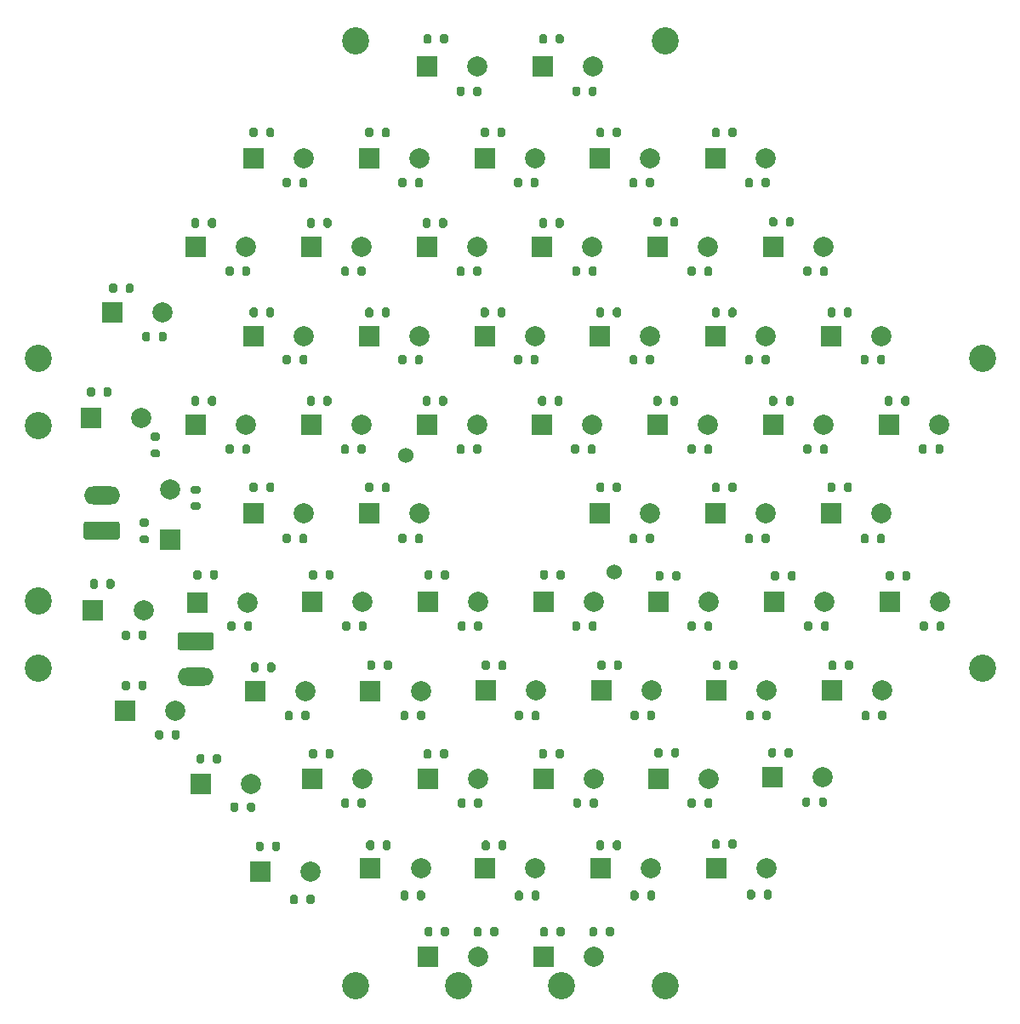
<source format=gbr>
%TF.GenerationSoftware,KiCad,Pcbnew,5.1.10*%
%TF.CreationDate,2021-07-04T18:04:24+02:00*%
%TF.ProjectId,test_10,74657374-5f31-4302-9e6b-696361645f70,0.1*%
%TF.SameCoordinates,Original*%
%TF.FileFunction,Soldermask,Top*%
%TF.FilePolarity,Negative*%
%FSLAX46Y46*%
G04 Gerber Fmt 4.6, Leading zero omitted, Abs format (unit mm)*
G04 Created by KiCad (PCBNEW 5.1.10) date 2021-07-04 18:04:24*
%MOMM*%
%LPD*%
G01*
G04 APERTURE LIST*
%ADD10C,2.000000*%
%ADD11R,2.000000X2.000000*%
%ADD12C,1.524000*%
%ADD13O,3.600000X1.800000*%
%ADD14C,2.700000*%
G04 APERTURE END LIST*
%TO.C,R124*%
G36*
G01*
X364425000Y-243625000D02*
X364975000Y-243625000D01*
G75*
G02*
X365175000Y-243825000I0J-200000D01*
G01*
X365175000Y-244225000D01*
G75*
G02*
X364975000Y-244425000I-200000J0D01*
G01*
X364425000Y-244425000D01*
G75*
G02*
X364225000Y-244225000I0J200000D01*
G01*
X364225000Y-243825000D01*
G75*
G02*
X364425000Y-243625000I200000J0D01*
G01*
G37*
G36*
G01*
X364425000Y-241975000D02*
X364975000Y-241975000D01*
G75*
G02*
X365175000Y-242175000I0J-200000D01*
G01*
X365175000Y-242575000D01*
G75*
G02*
X364975000Y-242775000I-200000J0D01*
G01*
X364425000Y-242775000D01*
G75*
G02*
X364225000Y-242575000I0J200000D01*
G01*
X364225000Y-242175000D01*
G75*
G02*
X364425000Y-241975000I200000J0D01*
G01*
G37*
%TD*%
%TO.C,R123*%
G36*
G01*
X409525000Y-291875000D02*
X409525000Y-291325000D01*
G75*
G02*
X409725000Y-291125000I200000J0D01*
G01*
X410125000Y-291125000D01*
G75*
G02*
X410325000Y-291325000I0J-200000D01*
G01*
X410325000Y-291875000D01*
G75*
G02*
X410125000Y-292075000I-200000J0D01*
G01*
X409725000Y-292075000D01*
G75*
G02*
X409525000Y-291875000I0J200000D01*
G01*
G37*
G36*
G01*
X407875000Y-291875000D02*
X407875000Y-291325000D01*
G75*
G02*
X408075000Y-291125000I200000J0D01*
G01*
X408475000Y-291125000D01*
G75*
G02*
X408675000Y-291325000I0J-200000D01*
G01*
X408675000Y-291875000D01*
G75*
G02*
X408475000Y-292075000I-200000J0D01*
G01*
X408075000Y-292075000D01*
G75*
G02*
X407875000Y-291875000I0J200000D01*
G01*
G37*
%TD*%
%TO.C,R122*%
G36*
G01*
X398025000Y-291875000D02*
X398025000Y-291325000D01*
G75*
G02*
X398225000Y-291125000I200000J0D01*
G01*
X398625000Y-291125000D01*
G75*
G02*
X398825000Y-291325000I0J-200000D01*
G01*
X398825000Y-291875000D01*
G75*
G02*
X398625000Y-292075000I-200000J0D01*
G01*
X398225000Y-292075000D01*
G75*
G02*
X398025000Y-291875000I0J200000D01*
G01*
G37*
G36*
G01*
X396375000Y-291875000D02*
X396375000Y-291325000D01*
G75*
G02*
X396575000Y-291125000I200000J0D01*
G01*
X396975000Y-291125000D01*
G75*
G02*
X397175000Y-291325000I0J-200000D01*
G01*
X397175000Y-291875000D01*
G75*
G02*
X396975000Y-292075000I-200000J0D01*
G01*
X396575000Y-292075000D01*
G75*
G02*
X396375000Y-291875000I0J200000D01*
G01*
G37*
%TD*%
%TO.C,R121*%
G36*
G01*
X359525000Y-238175000D02*
X359525000Y-237625000D01*
G75*
G02*
X359725000Y-237425000I200000J0D01*
G01*
X360125000Y-237425000D01*
G75*
G02*
X360325000Y-237625000I0J-200000D01*
G01*
X360325000Y-238175000D01*
G75*
G02*
X360125000Y-238375000I-200000J0D01*
G01*
X359725000Y-238375000D01*
G75*
G02*
X359525000Y-238175000I0J200000D01*
G01*
G37*
G36*
G01*
X357875000Y-238175000D02*
X357875000Y-237625000D01*
G75*
G02*
X358075000Y-237425000I200000J0D01*
G01*
X358475000Y-237425000D01*
G75*
G02*
X358675000Y-237625000I0J-200000D01*
G01*
X358675000Y-238175000D01*
G75*
G02*
X358475000Y-238375000I-200000J0D01*
G01*
X358075000Y-238375000D01*
G75*
G02*
X357875000Y-238175000I0J200000D01*
G01*
G37*
%TD*%
%TO.C,R120*%
G36*
G01*
X404625000Y-291875000D02*
X404625000Y-291325000D01*
G75*
G02*
X404825000Y-291125000I200000J0D01*
G01*
X405225000Y-291125000D01*
G75*
G02*
X405425000Y-291325000I0J-200000D01*
G01*
X405425000Y-291875000D01*
G75*
G02*
X405225000Y-292075000I-200000J0D01*
G01*
X404825000Y-292075000D01*
G75*
G02*
X404625000Y-291875000I0J200000D01*
G01*
G37*
G36*
G01*
X402975000Y-291875000D02*
X402975000Y-291325000D01*
G75*
G02*
X403175000Y-291125000I200000J0D01*
G01*
X403575000Y-291125000D01*
G75*
G02*
X403775000Y-291325000I0J-200000D01*
G01*
X403775000Y-291875000D01*
G75*
G02*
X403575000Y-292075000I-200000J0D01*
G01*
X403175000Y-292075000D01*
G75*
G02*
X402975000Y-291875000I0J200000D01*
G01*
G37*
%TD*%
%TO.C,R119*%
G36*
G01*
X393125000Y-291875000D02*
X393125000Y-291325000D01*
G75*
G02*
X393325000Y-291125000I200000J0D01*
G01*
X393725000Y-291125000D01*
G75*
G02*
X393925000Y-291325000I0J-200000D01*
G01*
X393925000Y-291875000D01*
G75*
G02*
X393725000Y-292075000I-200000J0D01*
G01*
X393325000Y-292075000D01*
G75*
G02*
X393125000Y-291875000I0J200000D01*
G01*
G37*
G36*
G01*
X391475000Y-291875000D02*
X391475000Y-291325000D01*
G75*
G02*
X391675000Y-291125000I200000J0D01*
G01*
X392075000Y-291125000D01*
G75*
G02*
X392275000Y-291325000I0J-200000D01*
G01*
X392275000Y-291875000D01*
G75*
G02*
X392075000Y-292075000I-200000J0D01*
G01*
X391675000Y-292075000D01*
G75*
G02*
X391475000Y-291875000I0J200000D01*
G01*
G37*
%TD*%
D10*
%TO.C,LS62*%
X363300000Y-240500000D03*
D11*
X358300000Y-240500000D03*
%TD*%
D10*
%TO.C,LS61*%
X408300000Y-294100000D03*
D11*
X403300000Y-294100000D03*
%TD*%
D10*
%TO.C,LS60*%
X396800000Y-294100000D03*
D11*
X391800000Y-294100000D03*
%TD*%
D12*
%TO.C,D1*%
X410362593Y-255788495D03*
X389637407Y-244211505D03*
%TD*%
D13*
%TO.C,J2*%
X359350000Y-248200000D03*
G36*
G01*
X360900000Y-252600000D02*
X357800000Y-252600000D01*
G75*
G02*
X357550000Y-252350000I0J250000D01*
G01*
X357550000Y-251050000D01*
G75*
G02*
X357800000Y-250800000I250000J0D01*
G01*
X360900000Y-250800000D01*
G75*
G02*
X361150000Y-251050000I0J-250000D01*
G01*
X361150000Y-252350000D01*
G75*
G02*
X360900000Y-252600000I-250000J0D01*
G01*
G37*
%TD*%
D10*
%TO.C,LS59*%
X380100000Y-285600000D03*
D11*
X375100000Y-285600000D03*
%TD*%
D10*
%TO.C,LS58*%
X391100000Y-285300000D03*
D11*
X386100000Y-285300000D03*
%TD*%
D10*
%TO.C,LS32*%
X431300000Y-258750000D03*
D11*
X426300000Y-258750000D03*
%TD*%
D10*
%TO.C,LS56*%
X425550000Y-267600000D03*
D11*
X420550000Y-267600000D03*
%TD*%
D10*
%TO.C,LS57*%
X396800000Y-276400000D03*
D11*
X391800000Y-276400000D03*
%TD*%
D10*
%TO.C,LS55*%
X431200000Y-241200000D03*
D11*
X426200000Y-241200000D03*
%TD*%
D10*
%TO.C,LS54*%
X425450000Y-250000000D03*
D11*
X420450000Y-250000000D03*
%TD*%
D10*
%TO.C,LS53*%
X419800000Y-258750000D03*
D11*
X414800000Y-258750000D03*
%TD*%
D10*
%TO.C,LS52*%
X414050000Y-267600000D03*
D11*
X409050000Y-267600000D03*
%TD*%
D10*
%TO.C,LS51*%
X436950000Y-250000000D03*
D11*
X431950000Y-250000000D03*
%TD*%
D10*
%TO.C,LS50*%
X396750000Y-205500000D03*
D11*
X391750000Y-205500000D03*
%TD*%
D10*
%TO.C,LS49*%
X390950000Y-232350000D03*
D11*
X385950000Y-232350000D03*
%TD*%
D10*
%TO.C,LS48*%
X396700000Y-223500000D03*
D11*
X391700000Y-223500000D03*
%TD*%
D10*
%TO.C,LS47*%
X413950000Y-214650000D03*
D11*
X408950000Y-214650000D03*
%TD*%
D10*
%TO.C,LS46*%
X366700000Y-269600000D03*
D11*
X361700000Y-269600000D03*
%TD*%
D10*
%TO.C,LS45*%
X379450000Y-250000000D03*
D11*
X374450000Y-250000000D03*
%TD*%
D10*
%TO.C,LS44*%
X385200000Y-241200000D03*
D11*
X380200000Y-241200000D03*
%TD*%
D10*
%TO.C,LS43*%
X402450000Y-232350000D03*
D11*
X397450000Y-232350000D03*
%TD*%
D10*
%TO.C,LS42*%
X408200000Y-223500000D03*
D11*
X403200000Y-223500000D03*
%TD*%
D10*
%TO.C,LS41*%
X425450000Y-214650000D03*
D11*
X420450000Y-214650000D03*
%TD*%
D10*
%TO.C,LS19*%
X408200000Y-241200000D03*
D11*
X403200000Y-241200000D03*
%TD*%
D10*
%TO.C,LS10*%
X419800000Y-276400000D03*
D11*
X414800000Y-276400000D03*
%TD*%
D10*
%TO.C,LS38*%
X373850000Y-258850000D03*
D11*
X368850000Y-258850000D03*
%TD*%
D10*
%TO.C,LS37*%
X402500000Y-285250000D03*
D11*
X397500000Y-285250000D03*
%TD*%
D10*
%TO.C,LS31*%
X391100000Y-267700000D03*
D11*
X386100000Y-267700000D03*
%TD*%
D10*
%TO.C,LS40*%
X385300000Y-276400000D03*
D11*
X380300000Y-276400000D03*
%TD*%
D10*
%TO.C,LS39*%
X442700000Y-241200000D03*
D11*
X437700000Y-241200000D03*
%TD*%
D10*
%TO.C,LS36*%
X408300000Y-276400000D03*
D11*
X403300000Y-276400000D03*
%TD*%
D10*
%TO.C,LS35*%
X437050000Y-267600000D03*
D11*
X432050000Y-267600000D03*
%TD*%
D10*
%TO.C,LS34*%
X442800000Y-258750000D03*
D11*
X437800000Y-258750000D03*
%TD*%
D10*
%TO.C,LS33*%
X431100000Y-276250000D03*
D11*
X426100000Y-276250000D03*
%TD*%
D10*
%TO.C,LS20*%
X373700000Y-241200000D03*
D11*
X368700000Y-241200000D03*
%TD*%
D10*
%TO.C,LS18*%
X436950000Y-232350000D03*
D11*
X431950000Y-232350000D03*
%TD*%
D10*
%TO.C,LS17*%
X419700000Y-241200000D03*
D11*
X414700000Y-241200000D03*
%TD*%
D10*
%TO.C,LS16*%
X413950000Y-250000000D03*
D11*
X408950000Y-250000000D03*
%TD*%
D10*
%TO.C,LS15*%
X408300000Y-258750000D03*
D11*
X403300000Y-258750000D03*
%TD*%
D10*
%TO.C,LS14*%
X402550000Y-267600000D03*
D11*
X397550000Y-267600000D03*
%TD*%
D10*
%TO.C,LS13*%
X408250000Y-205500000D03*
D11*
X403250000Y-205500000D03*
%TD*%
D10*
%TO.C,LS12*%
X431200000Y-223500000D03*
D11*
X426200000Y-223500000D03*
%TD*%
D10*
%TO.C,LS11*%
X425450000Y-232350000D03*
D11*
X420450000Y-232350000D03*
%TD*%
D10*
%TO.C,LS30*%
X414000000Y-285250000D03*
D11*
X409000000Y-285250000D03*
%TD*%
D10*
%TO.C,LS29*%
X363500000Y-259600000D03*
D11*
X358500000Y-259600000D03*
%TD*%
D10*
%TO.C,LS28*%
X396800000Y-258750000D03*
D11*
X391800000Y-258750000D03*
%TD*%
D10*
%TO.C,LS27*%
X379600000Y-267700000D03*
D11*
X374600000Y-267700000D03*
%TD*%
D10*
%TO.C,LS26*%
X366200000Y-247600000D03*
D11*
X366200000Y-252600000D03*
%TD*%
D10*
%TO.C,LS25*%
X419700000Y-223500000D03*
D11*
X414700000Y-223500000D03*
%TD*%
D10*
%TO.C,LS24*%
X413950000Y-232350000D03*
D11*
X408950000Y-232350000D03*
%TD*%
D10*
%TO.C,LS23*%
X396700000Y-241200000D03*
D11*
X391700000Y-241200000D03*
%TD*%
D10*
%TO.C,LS22*%
X390950000Y-250000000D03*
D11*
X385950000Y-250000000D03*
%TD*%
D10*
%TO.C,LS21*%
X385300000Y-258750000D03*
D11*
X380300000Y-258750000D03*
%TD*%
D10*
%TO.C,LS9*%
X379450000Y-214650000D03*
D11*
X374450000Y-214650000D03*
%TD*%
D10*
%TO.C,LS8*%
X365400000Y-230000000D03*
D11*
X360400000Y-230000000D03*
%TD*%
D10*
%TO.C,LS7*%
X373700000Y-223500000D03*
D11*
X368700000Y-223500000D03*
%TD*%
D10*
%TO.C,LS6*%
X390950000Y-214650000D03*
D11*
X385950000Y-214650000D03*
%TD*%
D10*
%TO.C,LS5*%
X425500000Y-285250000D03*
D11*
X420500000Y-285250000D03*
%TD*%
D10*
%TO.C,LS4*%
X379450000Y-232350000D03*
D11*
X374450000Y-232350000D03*
%TD*%
D10*
%TO.C,LS3*%
X385200000Y-223500000D03*
D11*
X380200000Y-223500000D03*
%TD*%
D10*
%TO.C,LS2*%
X402450000Y-214650000D03*
D11*
X397450000Y-214650000D03*
%TD*%
D10*
%TO.C,LS1*%
X374200000Y-276900000D03*
D11*
X369200000Y-276900000D03*
%TD*%
%TO.C,R118*%
G36*
G01*
X378875000Y-288125000D02*
X378875000Y-288675000D01*
G75*
G02*
X378675000Y-288875000I-200000J0D01*
G01*
X378275000Y-288875000D01*
G75*
G02*
X378075000Y-288675000I0J200000D01*
G01*
X378075000Y-288125000D01*
G75*
G02*
X378275000Y-287925000I200000J0D01*
G01*
X378675000Y-287925000D01*
G75*
G02*
X378875000Y-288125000I0J-200000D01*
G01*
G37*
G36*
G01*
X380525000Y-288125000D02*
X380525000Y-288675000D01*
G75*
G02*
X380325000Y-288875000I-200000J0D01*
G01*
X379925000Y-288875000D01*
G75*
G02*
X379725000Y-288675000I0J200000D01*
G01*
X379725000Y-288125000D01*
G75*
G02*
X379925000Y-287925000I200000J0D01*
G01*
X380325000Y-287925000D01*
G75*
G02*
X380525000Y-288125000I0J-200000D01*
G01*
G37*
%TD*%
%TO.C,R109*%
G36*
G01*
X376325000Y-283375000D02*
X376325000Y-282825000D01*
G75*
G02*
X376525000Y-282625000I200000J0D01*
G01*
X376925000Y-282625000D01*
G75*
G02*
X377125000Y-282825000I0J-200000D01*
G01*
X377125000Y-283375000D01*
G75*
G02*
X376925000Y-283575000I-200000J0D01*
G01*
X376525000Y-283575000D01*
G75*
G02*
X376325000Y-283375000I0J200000D01*
G01*
G37*
G36*
G01*
X374675000Y-283375000D02*
X374675000Y-282825000D01*
G75*
G02*
X374875000Y-282625000I200000J0D01*
G01*
X375275000Y-282625000D01*
G75*
G02*
X375475000Y-282825000I0J-200000D01*
G01*
X375475000Y-283375000D01*
G75*
G02*
X375275000Y-283575000I-200000J0D01*
G01*
X374875000Y-283575000D01*
G75*
G02*
X374675000Y-283375000I0J200000D01*
G01*
G37*
%TD*%
%TO.C,R117*%
G36*
G01*
X389875000Y-287725000D02*
X389875000Y-288275000D01*
G75*
G02*
X389675000Y-288475000I-200000J0D01*
G01*
X389275000Y-288475000D01*
G75*
G02*
X389075000Y-288275000I0J200000D01*
G01*
X389075000Y-287725000D01*
G75*
G02*
X389275000Y-287525000I200000J0D01*
G01*
X389675000Y-287525000D01*
G75*
G02*
X389875000Y-287725000I0J-200000D01*
G01*
G37*
G36*
G01*
X391525000Y-287725000D02*
X391525000Y-288275000D01*
G75*
G02*
X391325000Y-288475000I-200000J0D01*
G01*
X390925000Y-288475000D01*
G75*
G02*
X390725000Y-288275000I0J200000D01*
G01*
X390725000Y-287725000D01*
G75*
G02*
X390925000Y-287525000I200000J0D01*
G01*
X391325000Y-287525000D01*
G75*
G02*
X391525000Y-287725000I0J-200000D01*
G01*
G37*
%TD*%
%TO.C,R108*%
G36*
G01*
X387325000Y-283275000D02*
X387325000Y-282725000D01*
G75*
G02*
X387525000Y-282525000I200000J0D01*
G01*
X387925000Y-282525000D01*
G75*
G02*
X388125000Y-282725000I0J-200000D01*
G01*
X388125000Y-283275000D01*
G75*
G02*
X387925000Y-283475000I-200000J0D01*
G01*
X387525000Y-283475000D01*
G75*
G02*
X387325000Y-283275000I0J200000D01*
G01*
G37*
G36*
G01*
X385675000Y-283275000D02*
X385675000Y-282725000D01*
G75*
G02*
X385875000Y-282525000I200000J0D01*
G01*
X386275000Y-282525000D01*
G75*
G02*
X386475000Y-282725000I0J-200000D01*
G01*
X386475000Y-283275000D01*
G75*
G02*
X386275000Y-283475000I-200000J0D01*
G01*
X385875000Y-283475000D01*
G75*
G02*
X385675000Y-283275000I0J200000D01*
G01*
G37*
%TD*%
%TO.C,R116*%
G36*
G01*
X395575000Y-278525000D02*
X395575000Y-279075000D01*
G75*
G02*
X395375000Y-279275000I-200000J0D01*
G01*
X394975000Y-279275000D01*
G75*
G02*
X394775000Y-279075000I0J200000D01*
G01*
X394775000Y-278525000D01*
G75*
G02*
X394975000Y-278325000I200000J0D01*
G01*
X395375000Y-278325000D01*
G75*
G02*
X395575000Y-278525000I0J-200000D01*
G01*
G37*
G36*
G01*
X397225000Y-278525000D02*
X397225000Y-279075000D01*
G75*
G02*
X397025000Y-279275000I-200000J0D01*
G01*
X396625000Y-279275000D01*
G75*
G02*
X396425000Y-279075000I0J200000D01*
G01*
X396425000Y-278525000D01*
G75*
G02*
X396625000Y-278325000I200000J0D01*
G01*
X397025000Y-278325000D01*
G75*
G02*
X397225000Y-278525000I0J-200000D01*
G01*
G37*
%TD*%
%TO.C,R115*%
G36*
G01*
X424275000Y-269825000D02*
X424275000Y-270375000D01*
G75*
G02*
X424075000Y-270575000I-200000J0D01*
G01*
X423675000Y-270575000D01*
G75*
G02*
X423475000Y-270375000I0J200000D01*
G01*
X423475000Y-269825000D01*
G75*
G02*
X423675000Y-269625000I200000J0D01*
G01*
X424075000Y-269625000D01*
G75*
G02*
X424275000Y-269825000I0J-200000D01*
G01*
G37*
G36*
G01*
X425925000Y-269825000D02*
X425925000Y-270375000D01*
G75*
G02*
X425725000Y-270575000I-200000J0D01*
G01*
X425325000Y-270575000D01*
G75*
G02*
X425125000Y-270375000I0J200000D01*
G01*
X425125000Y-269825000D01*
G75*
G02*
X425325000Y-269625000I200000J0D01*
G01*
X425725000Y-269625000D01*
G75*
G02*
X425925000Y-269825000I0J-200000D01*
G01*
G37*
%TD*%
%TO.C,R114*%
G36*
G01*
X429975000Y-243325000D02*
X429975000Y-243875000D01*
G75*
G02*
X429775000Y-244075000I-200000J0D01*
G01*
X429375000Y-244075000D01*
G75*
G02*
X429175000Y-243875000I0J200000D01*
G01*
X429175000Y-243325000D01*
G75*
G02*
X429375000Y-243125000I200000J0D01*
G01*
X429775000Y-243125000D01*
G75*
G02*
X429975000Y-243325000I0J-200000D01*
G01*
G37*
G36*
G01*
X431625000Y-243325000D02*
X431625000Y-243875000D01*
G75*
G02*
X431425000Y-244075000I-200000J0D01*
G01*
X431025000Y-244075000D01*
G75*
G02*
X430825000Y-243875000I0J200000D01*
G01*
X430825000Y-243325000D01*
G75*
G02*
X431025000Y-243125000I200000J0D01*
G01*
X431425000Y-243125000D01*
G75*
G02*
X431625000Y-243325000I0J-200000D01*
G01*
G37*
%TD*%
%TO.C,R113*%
G36*
G01*
X424175000Y-252225000D02*
X424175000Y-252775000D01*
G75*
G02*
X423975000Y-252975000I-200000J0D01*
G01*
X423575000Y-252975000D01*
G75*
G02*
X423375000Y-252775000I0J200000D01*
G01*
X423375000Y-252225000D01*
G75*
G02*
X423575000Y-252025000I200000J0D01*
G01*
X423975000Y-252025000D01*
G75*
G02*
X424175000Y-252225000I0J-200000D01*
G01*
G37*
G36*
G01*
X425825000Y-252225000D02*
X425825000Y-252775000D01*
G75*
G02*
X425625000Y-252975000I-200000J0D01*
G01*
X425225000Y-252975000D01*
G75*
G02*
X425025000Y-252775000I0J200000D01*
G01*
X425025000Y-252225000D01*
G75*
G02*
X425225000Y-252025000I200000J0D01*
G01*
X425625000Y-252025000D01*
G75*
G02*
X425825000Y-252225000I0J-200000D01*
G01*
G37*
%TD*%
%TO.C,R112*%
G36*
G01*
X418475000Y-260925000D02*
X418475000Y-261475000D01*
G75*
G02*
X418275000Y-261675000I-200000J0D01*
G01*
X417875000Y-261675000D01*
G75*
G02*
X417675000Y-261475000I0J200000D01*
G01*
X417675000Y-260925000D01*
G75*
G02*
X417875000Y-260725000I200000J0D01*
G01*
X418275000Y-260725000D01*
G75*
G02*
X418475000Y-260925000I0J-200000D01*
G01*
G37*
G36*
G01*
X420125000Y-260925000D02*
X420125000Y-261475000D01*
G75*
G02*
X419925000Y-261675000I-200000J0D01*
G01*
X419525000Y-261675000D01*
G75*
G02*
X419325000Y-261475000I0J200000D01*
G01*
X419325000Y-260925000D01*
G75*
G02*
X419525000Y-260725000I200000J0D01*
G01*
X419925000Y-260725000D01*
G75*
G02*
X420125000Y-260925000I0J-200000D01*
G01*
G37*
%TD*%
%TO.C,R111*%
G36*
G01*
X412775000Y-269825000D02*
X412775000Y-270375000D01*
G75*
G02*
X412575000Y-270575000I-200000J0D01*
G01*
X412175000Y-270575000D01*
G75*
G02*
X411975000Y-270375000I0J200000D01*
G01*
X411975000Y-269825000D01*
G75*
G02*
X412175000Y-269625000I200000J0D01*
G01*
X412575000Y-269625000D01*
G75*
G02*
X412775000Y-269825000I0J-200000D01*
G01*
G37*
G36*
G01*
X414425000Y-269825000D02*
X414425000Y-270375000D01*
G75*
G02*
X414225000Y-270575000I-200000J0D01*
G01*
X413825000Y-270575000D01*
G75*
G02*
X413625000Y-270375000I0J200000D01*
G01*
X413625000Y-269825000D01*
G75*
G02*
X413825000Y-269625000I200000J0D01*
G01*
X414225000Y-269625000D01*
G75*
G02*
X414425000Y-269825000I0J-200000D01*
G01*
G37*
%TD*%
%TO.C,R110*%
G36*
G01*
X435675000Y-252225000D02*
X435675000Y-252775000D01*
G75*
G02*
X435475000Y-252975000I-200000J0D01*
G01*
X435075000Y-252975000D01*
G75*
G02*
X434875000Y-252775000I0J200000D01*
G01*
X434875000Y-252225000D01*
G75*
G02*
X435075000Y-252025000I200000J0D01*
G01*
X435475000Y-252025000D01*
G75*
G02*
X435675000Y-252225000I0J-200000D01*
G01*
G37*
G36*
G01*
X437325000Y-252225000D02*
X437325000Y-252775000D01*
G75*
G02*
X437125000Y-252975000I-200000J0D01*
G01*
X436725000Y-252975000D01*
G75*
G02*
X436525000Y-252775000I0J200000D01*
G01*
X436525000Y-252225000D01*
G75*
G02*
X436725000Y-252025000I200000J0D01*
G01*
X437125000Y-252025000D01*
G75*
G02*
X437325000Y-252225000I0J-200000D01*
G01*
G37*
%TD*%
%TO.C,R107*%
G36*
G01*
X393025000Y-274175000D02*
X393025000Y-273625000D01*
G75*
G02*
X393225000Y-273425000I200000J0D01*
G01*
X393625000Y-273425000D01*
G75*
G02*
X393825000Y-273625000I0J-200000D01*
G01*
X393825000Y-274175000D01*
G75*
G02*
X393625000Y-274375000I-200000J0D01*
G01*
X393225000Y-274375000D01*
G75*
G02*
X393025000Y-274175000I0J200000D01*
G01*
G37*
G36*
G01*
X391375000Y-274175000D02*
X391375000Y-273625000D01*
G75*
G02*
X391575000Y-273425000I200000J0D01*
G01*
X391975000Y-273425000D01*
G75*
G02*
X392175000Y-273625000I0J-200000D01*
G01*
X392175000Y-274175000D01*
G75*
G02*
X391975000Y-274375000I-200000J0D01*
G01*
X391575000Y-274375000D01*
G75*
G02*
X391375000Y-274175000I0J200000D01*
G01*
G37*
%TD*%
%TO.C,R106*%
G36*
G01*
X421825000Y-265375000D02*
X421825000Y-264825000D01*
G75*
G02*
X422025000Y-264625000I200000J0D01*
G01*
X422425000Y-264625000D01*
G75*
G02*
X422625000Y-264825000I0J-200000D01*
G01*
X422625000Y-265375000D01*
G75*
G02*
X422425000Y-265575000I-200000J0D01*
G01*
X422025000Y-265575000D01*
G75*
G02*
X421825000Y-265375000I0J200000D01*
G01*
G37*
G36*
G01*
X420175000Y-265375000D02*
X420175000Y-264825000D01*
G75*
G02*
X420375000Y-264625000I200000J0D01*
G01*
X420775000Y-264625000D01*
G75*
G02*
X420975000Y-264825000I0J-200000D01*
G01*
X420975000Y-265375000D01*
G75*
G02*
X420775000Y-265575000I-200000J0D01*
G01*
X420375000Y-265575000D01*
G75*
G02*
X420175000Y-265375000I0J200000D01*
G01*
G37*
%TD*%
%TO.C,R105*%
G36*
G01*
X427425000Y-239075000D02*
X427425000Y-238525000D01*
G75*
G02*
X427625000Y-238325000I200000J0D01*
G01*
X428025000Y-238325000D01*
G75*
G02*
X428225000Y-238525000I0J-200000D01*
G01*
X428225000Y-239075000D01*
G75*
G02*
X428025000Y-239275000I-200000J0D01*
G01*
X427625000Y-239275000D01*
G75*
G02*
X427425000Y-239075000I0J200000D01*
G01*
G37*
G36*
G01*
X425775000Y-239075000D02*
X425775000Y-238525000D01*
G75*
G02*
X425975000Y-238325000I200000J0D01*
G01*
X426375000Y-238325000D01*
G75*
G02*
X426575000Y-238525000I0J-200000D01*
G01*
X426575000Y-239075000D01*
G75*
G02*
X426375000Y-239275000I-200000J0D01*
G01*
X425975000Y-239275000D01*
G75*
G02*
X425775000Y-239075000I0J200000D01*
G01*
G37*
%TD*%
%TO.C,R104*%
G36*
G01*
X421725000Y-247675000D02*
X421725000Y-247125000D01*
G75*
G02*
X421925000Y-246925000I200000J0D01*
G01*
X422325000Y-246925000D01*
G75*
G02*
X422525000Y-247125000I0J-200000D01*
G01*
X422525000Y-247675000D01*
G75*
G02*
X422325000Y-247875000I-200000J0D01*
G01*
X421925000Y-247875000D01*
G75*
G02*
X421725000Y-247675000I0J200000D01*
G01*
G37*
G36*
G01*
X420075000Y-247675000D02*
X420075000Y-247125000D01*
G75*
G02*
X420275000Y-246925000I200000J0D01*
G01*
X420675000Y-246925000D01*
G75*
G02*
X420875000Y-247125000I0J-200000D01*
G01*
X420875000Y-247675000D01*
G75*
G02*
X420675000Y-247875000I-200000J0D01*
G01*
X420275000Y-247875000D01*
G75*
G02*
X420075000Y-247675000I0J200000D01*
G01*
G37*
%TD*%
%TO.C,R103*%
G36*
G01*
X416125000Y-256475000D02*
X416125000Y-255925000D01*
G75*
G02*
X416325000Y-255725000I200000J0D01*
G01*
X416725000Y-255725000D01*
G75*
G02*
X416925000Y-255925000I0J-200000D01*
G01*
X416925000Y-256475000D01*
G75*
G02*
X416725000Y-256675000I-200000J0D01*
G01*
X416325000Y-256675000D01*
G75*
G02*
X416125000Y-256475000I0J200000D01*
G01*
G37*
G36*
G01*
X414475000Y-256475000D02*
X414475000Y-255925000D01*
G75*
G02*
X414675000Y-255725000I200000J0D01*
G01*
X415075000Y-255725000D01*
G75*
G02*
X415275000Y-255925000I0J-200000D01*
G01*
X415275000Y-256475000D01*
G75*
G02*
X415075000Y-256675000I-200000J0D01*
G01*
X414675000Y-256675000D01*
G75*
G02*
X414475000Y-256475000I0J200000D01*
G01*
G37*
%TD*%
%TO.C,R102*%
G36*
G01*
X410325000Y-265375000D02*
X410325000Y-264825000D01*
G75*
G02*
X410525000Y-264625000I200000J0D01*
G01*
X410925000Y-264625000D01*
G75*
G02*
X411125000Y-264825000I0J-200000D01*
G01*
X411125000Y-265375000D01*
G75*
G02*
X410925000Y-265575000I-200000J0D01*
G01*
X410525000Y-265575000D01*
G75*
G02*
X410325000Y-265375000I0J200000D01*
G01*
G37*
G36*
G01*
X408675000Y-265375000D02*
X408675000Y-264825000D01*
G75*
G02*
X408875000Y-264625000I200000J0D01*
G01*
X409275000Y-264625000D01*
G75*
G02*
X409475000Y-264825000I0J-200000D01*
G01*
X409475000Y-265375000D01*
G75*
G02*
X409275000Y-265575000I-200000J0D01*
G01*
X408875000Y-265575000D01*
G75*
G02*
X408675000Y-265375000I0J200000D01*
G01*
G37*
%TD*%
%TO.C,R101*%
G36*
G01*
X433225000Y-247675000D02*
X433225000Y-247125000D01*
G75*
G02*
X433425000Y-246925000I200000J0D01*
G01*
X433825000Y-246925000D01*
G75*
G02*
X434025000Y-247125000I0J-200000D01*
G01*
X434025000Y-247675000D01*
G75*
G02*
X433825000Y-247875000I-200000J0D01*
G01*
X433425000Y-247875000D01*
G75*
G02*
X433225000Y-247675000I0J200000D01*
G01*
G37*
G36*
G01*
X431575000Y-247675000D02*
X431575000Y-247125000D01*
G75*
G02*
X431775000Y-246925000I200000J0D01*
G01*
X432175000Y-246925000D01*
G75*
G02*
X432375000Y-247125000I0J-200000D01*
G01*
X432375000Y-247675000D01*
G75*
G02*
X432175000Y-247875000I-200000J0D01*
G01*
X431775000Y-247875000D01*
G75*
G02*
X431575000Y-247675000I0J200000D01*
G01*
G37*
%TD*%
%TO.C,R100*%
G36*
G01*
X395475000Y-207725000D02*
X395475000Y-208275000D01*
G75*
G02*
X395275000Y-208475000I-200000J0D01*
G01*
X394875000Y-208475000D01*
G75*
G02*
X394675000Y-208275000I0J200000D01*
G01*
X394675000Y-207725000D01*
G75*
G02*
X394875000Y-207525000I200000J0D01*
G01*
X395275000Y-207525000D01*
G75*
G02*
X395475000Y-207725000I0J-200000D01*
G01*
G37*
G36*
G01*
X397125000Y-207725000D02*
X397125000Y-208275000D01*
G75*
G02*
X396925000Y-208475000I-200000J0D01*
G01*
X396525000Y-208475000D01*
G75*
G02*
X396325000Y-208275000I0J200000D01*
G01*
X396325000Y-207725000D01*
G75*
G02*
X396525000Y-207525000I200000J0D01*
G01*
X396925000Y-207525000D01*
G75*
G02*
X397125000Y-207725000I0J-200000D01*
G01*
G37*
%TD*%
%TO.C,R99*%
G36*
G01*
X389675000Y-234425000D02*
X389675000Y-234975000D01*
G75*
G02*
X389475000Y-235175000I-200000J0D01*
G01*
X389075000Y-235175000D01*
G75*
G02*
X388875000Y-234975000I0J200000D01*
G01*
X388875000Y-234425000D01*
G75*
G02*
X389075000Y-234225000I200000J0D01*
G01*
X389475000Y-234225000D01*
G75*
G02*
X389675000Y-234425000I0J-200000D01*
G01*
G37*
G36*
G01*
X391325000Y-234425000D02*
X391325000Y-234975000D01*
G75*
G02*
X391125000Y-235175000I-200000J0D01*
G01*
X390725000Y-235175000D01*
G75*
G02*
X390525000Y-234975000I0J200000D01*
G01*
X390525000Y-234425000D01*
G75*
G02*
X390725000Y-234225000I200000J0D01*
G01*
X391125000Y-234225000D01*
G75*
G02*
X391325000Y-234425000I0J-200000D01*
G01*
G37*
%TD*%
%TO.C,R98*%
G36*
G01*
X395475000Y-225625000D02*
X395475000Y-226175000D01*
G75*
G02*
X395275000Y-226375000I-200000J0D01*
G01*
X394875000Y-226375000D01*
G75*
G02*
X394675000Y-226175000I0J200000D01*
G01*
X394675000Y-225625000D01*
G75*
G02*
X394875000Y-225425000I200000J0D01*
G01*
X395275000Y-225425000D01*
G75*
G02*
X395475000Y-225625000I0J-200000D01*
G01*
G37*
G36*
G01*
X397125000Y-225625000D02*
X397125000Y-226175000D01*
G75*
G02*
X396925000Y-226375000I-200000J0D01*
G01*
X396525000Y-226375000D01*
G75*
G02*
X396325000Y-226175000I0J200000D01*
G01*
X396325000Y-225625000D01*
G75*
G02*
X396525000Y-225425000I200000J0D01*
G01*
X396925000Y-225425000D01*
G75*
G02*
X397125000Y-225625000I0J-200000D01*
G01*
G37*
%TD*%
%TO.C,R97*%
G36*
G01*
X412675000Y-216825000D02*
X412675000Y-217375000D01*
G75*
G02*
X412475000Y-217575000I-200000J0D01*
G01*
X412075000Y-217575000D01*
G75*
G02*
X411875000Y-217375000I0J200000D01*
G01*
X411875000Y-216825000D01*
G75*
G02*
X412075000Y-216625000I200000J0D01*
G01*
X412475000Y-216625000D01*
G75*
G02*
X412675000Y-216825000I0J-200000D01*
G01*
G37*
G36*
G01*
X414325000Y-216825000D02*
X414325000Y-217375000D01*
G75*
G02*
X414125000Y-217575000I-200000J0D01*
G01*
X413725000Y-217575000D01*
G75*
G02*
X413525000Y-217375000I0J200000D01*
G01*
X413525000Y-216825000D01*
G75*
G02*
X413725000Y-216625000I200000J0D01*
G01*
X414125000Y-216625000D01*
G75*
G02*
X414325000Y-216825000I0J-200000D01*
G01*
G37*
%TD*%
%TO.C,R96*%
G36*
G01*
X365475000Y-271725000D02*
X365475000Y-272275000D01*
G75*
G02*
X365275000Y-272475000I-200000J0D01*
G01*
X364875000Y-272475000D01*
G75*
G02*
X364675000Y-272275000I0J200000D01*
G01*
X364675000Y-271725000D01*
G75*
G02*
X364875000Y-271525000I200000J0D01*
G01*
X365275000Y-271525000D01*
G75*
G02*
X365475000Y-271725000I0J-200000D01*
G01*
G37*
G36*
G01*
X367125000Y-271725000D02*
X367125000Y-272275000D01*
G75*
G02*
X366925000Y-272475000I-200000J0D01*
G01*
X366525000Y-272475000D01*
G75*
G02*
X366325000Y-272275000I0J200000D01*
G01*
X366325000Y-271725000D01*
G75*
G02*
X366525000Y-271525000I200000J0D01*
G01*
X366925000Y-271525000D01*
G75*
G02*
X367125000Y-271725000I0J-200000D01*
G01*
G37*
%TD*%
%TO.C,R95*%
G36*
G01*
X378175000Y-252225000D02*
X378175000Y-252775000D01*
G75*
G02*
X377975000Y-252975000I-200000J0D01*
G01*
X377575000Y-252975000D01*
G75*
G02*
X377375000Y-252775000I0J200000D01*
G01*
X377375000Y-252225000D01*
G75*
G02*
X377575000Y-252025000I200000J0D01*
G01*
X377975000Y-252025000D01*
G75*
G02*
X378175000Y-252225000I0J-200000D01*
G01*
G37*
G36*
G01*
X379825000Y-252225000D02*
X379825000Y-252775000D01*
G75*
G02*
X379625000Y-252975000I-200000J0D01*
G01*
X379225000Y-252975000D01*
G75*
G02*
X379025000Y-252775000I0J200000D01*
G01*
X379025000Y-252225000D01*
G75*
G02*
X379225000Y-252025000I200000J0D01*
G01*
X379625000Y-252025000D01*
G75*
G02*
X379825000Y-252225000I0J-200000D01*
G01*
G37*
%TD*%
%TO.C,R94*%
G36*
G01*
X383975000Y-243325000D02*
X383975000Y-243875000D01*
G75*
G02*
X383775000Y-244075000I-200000J0D01*
G01*
X383375000Y-244075000D01*
G75*
G02*
X383175000Y-243875000I0J200000D01*
G01*
X383175000Y-243325000D01*
G75*
G02*
X383375000Y-243125000I200000J0D01*
G01*
X383775000Y-243125000D01*
G75*
G02*
X383975000Y-243325000I0J-200000D01*
G01*
G37*
G36*
G01*
X385625000Y-243325000D02*
X385625000Y-243875000D01*
G75*
G02*
X385425000Y-244075000I-200000J0D01*
G01*
X385025000Y-244075000D01*
G75*
G02*
X384825000Y-243875000I0J200000D01*
G01*
X384825000Y-243325000D01*
G75*
G02*
X385025000Y-243125000I200000J0D01*
G01*
X385425000Y-243125000D01*
G75*
G02*
X385625000Y-243325000I0J-200000D01*
G01*
G37*
%TD*%
%TO.C,R93*%
G36*
G01*
X401175000Y-234425000D02*
X401175000Y-234975000D01*
G75*
G02*
X400975000Y-235175000I-200000J0D01*
G01*
X400575000Y-235175000D01*
G75*
G02*
X400375000Y-234975000I0J200000D01*
G01*
X400375000Y-234425000D01*
G75*
G02*
X400575000Y-234225000I200000J0D01*
G01*
X400975000Y-234225000D01*
G75*
G02*
X401175000Y-234425000I0J-200000D01*
G01*
G37*
G36*
G01*
X402825000Y-234425000D02*
X402825000Y-234975000D01*
G75*
G02*
X402625000Y-235175000I-200000J0D01*
G01*
X402225000Y-235175000D01*
G75*
G02*
X402025000Y-234975000I0J200000D01*
G01*
X402025000Y-234425000D01*
G75*
G02*
X402225000Y-234225000I200000J0D01*
G01*
X402625000Y-234225000D01*
G75*
G02*
X402825000Y-234425000I0J-200000D01*
G01*
G37*
%TD*%
%TO.C,R92*%
G36*
G01*
X406975000Y-225625000D02*
X406975000Y-226175000D01*
G75*
G02*
X406775000Y-226375000I-200000J0D01*
G01*
X406375000Y-226375000D01*
G75*
G02*
X406175000Y-226175000I0J200000D01*
G01*
X406175000Y-225625000D01*
G75*
G02*
X406375000Y-225425000I200000J0D01*
G01*
X406775000Y-225425000D01*
G75*
G02*
X406975000Y-225625000I0J-200000D01*
G01*
G37*
G36*
G01*
X408625000Y-225625000D02*
X408625000Y-226175000D01*
G75*
G02*
X408425000Y-226375000I-200000J0D01*
G01*
X408025000Y-226375000D01*
G75*
G02*
X407825000Y-226175000I0J200000D01*
G01*
X407825000Y-225625000D01*
G75*
G02*
X408025000Y-225425000I200000J0D01*
G01*
X408425000Y-225425000D01*
G75*
G02*
X408625000Y-225625000I0J-200000D01*
G01*
G37*
%TD*%
%TO.C,R91*%
G36*
G01*
X424175000Y-216825000D02*
X424175000Y-217375000D01*
G75*
G02*
X423975000Y-217575000I-200000J0D01*
G01*
X423575000Y-217575000D01*
G75*
G02*
X423375000Y-217375000I0J200000D01*
G01*
X423375000Y-216825000D01*
G75*
G02*
X423575000Y-216625000I200000J0D01*
G01*
X423975000Y-216625000D01*
G75*
G02*
X424175000Y-216825000I0J-200000D01*
G01*
G37*
G36*
G01*
X425825000Y-216825000D02*
X425825000Y-217375000D01*
G75*
G02*
X425625000Y-217575000I-200000J0D01*
G01*
X425225000Y-217575000D01*
G75*
G02*
X425025000Y-217375000I0J200000D01*
G01*
X425025000Y-216825000D01*
G75*
G02*
X425225000Y-216625000I200000J0D01*
G01*
X425625000Y-216625000D01*
G75*
G02*
X425825000Y-216825000I0J-200000D01*
G01*
G37*
%TD*%
%TO.C,R90*%
G36*
G01*
X393025000Y-203075000D02*
X393025000Y-202525000D01*
G75*
G02*
X393225000Y-202325000I200000J0D01*
G01*
X393625000Y-202325000D01*
G75*
G02*
X393825000Y-202525000I0J-200000D01*
G01*
X393825000Y-203075000D01*
G75*
G02*
X393625000Y-203275000I-200000J0D01*
G01*
X393225000Y-203275000D01*
G75*
G02*
X393025000Y-203075000I0J200000D01*
G01*
G37*
G36*
G01*
X391375000Y-203075000D02*
X391375000Y-202525000D01*
G75*
G02*
X391575000Y-202325000I200000J0D01*
G01*
X391975000Y-202325000D01*
G75*
G02*
X392175000Y-202525000I0J-200000D01*
G01*
X392175000Y-203075000D01*
G75*
G02*
X391975000Y-203275000I-200000J0D01*
G01*
X391575000Y-203275000D01*
G75*
G02*
X391375000Y-203075000I0J200000D01*
G01*
G37*
%TD*%
%TO.C,R89*%
G36*
G01*
X387225000Y-230275000D02*
X387225000Y-229725000D01*
G75*
G02*
X387425000Y-229525000I200000J0D01*
G01*
X387825000Y-229525000D01*
G75*
G02*
X388025000Y-229725000I0J-200000D01*
G01*
X388025000Y-230275000D01*
G75*
G02*
X387825000Y-230475000I-200000J0D01*
G01*
X387425000Y-230475000D01*
G75*
G02*
X387225000Y-230275000I0J200000D01*
G01*
G37*
G36*
G01*
X385575000Y-230275000D02*
X385575000Y-229725000D01*
G75*
G02*
X385775000Y-229525000I200000J0D01*
G01*
X386175000Y-229525000D01*
G75*
G02*
X386375000Y-229725000I0J-200000D01*
G01*
X386375000Y-230275000D01*
G75*
G02*
X386175000Y-230475000I-200000J0D01*
G01*
X385775000Y-230475000D01*
G75*
G02*
X385575000Y-230275000I0J200000D01*
G01*
G37*
%TD*%
%TO.C,R88*%
G36*
G01*
X392925000Y-221375000D02*
X392925000Y-220825000D01*
G75*
G02*
X393125000Y-220625000I200000J0D01*
G01*
X393525000Y-220625000D01*
G75*
G02*
X393725000Y-220825000I0J-200000D01*
G01*
X393725000Y-221375000D01*
G75*
G02*
X393525000Y-221575000I-200000J0D01*
G01*
X393125000Y-221575000D01*
G75*
G02*
X392925000Y-221375000I0J200000D01*
G01*
G37*
G36*
G01*
X391275000Y-221375000D02*
X391275000Y-220825000D01*
G75*
G02*
X391475000Y-220625000I200000J0D01*
G01*
X391875000Y-220625000D01*
G75*
G02*
X392075000Y-220825000I0J-200000D01*
G01*
X392075000Y-221375000D01*
G75*
G02*
X391875000Y-221575000I-200000J0D01*
G01*
X391475000Y-221575000D01*
G75*
G02*
X391275000Y-221375000I0J200000D01*
G01*
G37*
%TD*%
%TO.C,R87*%
G36*
G01*
X410225000Y-212375000D02*
X410225000Y-211825000D01*
G75*
G02*
X410425000Y-211625000I200000J0D01*
G01*
X410825000Y-211625000D01*
G75*
G02*
X411025000Y-211825000I0J-200000D01*
G01*
X411025000Y-212375000D01*
G75*
G02*
X410825000Y-212575000I-200000J0D01*
G01*
X410425000Y-212575000D01*
G75*
G02*
X410225000Y-212375000I0J200000D01*
G01*
G37*
G36*
G01*
X408575000Y-212375000D02*
X408575000Y-211825000D01*
G75*
G02*
X408775000Y-211625000I200000J0D01*
G01*
X409175000Y-211625000D01*
G75*
G02*
X409375000Y-211825000I0J-200000D01*
G01*
X409375000Y-212375000D01*
G75*
G02*
X409175000Y-212575000I-200000J0D01*
G01*
X408775000Y-212575000D01*
G75*
G02*
X408575000Y-212375000I0J200000D01*
G01*
G37*
%TD*%
%TO.C,R86*%
G36*
G01*
X363025000Y-267375000D02*
X363025000Y-266825000D01*
G75*
G02*
X363225000Y-266625000I200000J0D01*
G01*
X363625000Y-266625000D01*
G75*
G02*
X363825000Y-266825000I0J-200000D01*
G01*
X363825000Y-267375000D01*
G75*
G02*
X363625000Y-267575000I-200000J0D01*
G01*
X363225000Y-267575000D01*
G75*
G02*
X363025000Y-267375000I0J200000D01*
G01*
G37*
G36*
G01*
X361375000Y-267375000D02*
X361375000Y-266825000D01*
G75*
G02*
X361575000Y-266625000I200000J0D01*
G01*
X361975000Y-266625000D01*
G75*
G02*
X362175000Y-266825000I0J-200000D01*
G01*
X362175000Y-267375000D01*
G75*
G02*
X361975000Y-267575000I-200000J0D01*
G01*
X361575000Y-267575000D01*
G75*
G02*
X361375000Y-267375000I0J200000D01*
G01*
G37*
%TD*%
%TO.C,R85*%
G36*
G01*
X375725000Y-247675000D02*
X375725000Y-247125000D01*
G75*
G02*
X375925000Y-246925000I200000J0D01*
G01*
X376325000Y-246925000D01*
G75*
G02*
X376525000Y-247125000I0J-200000D01*
G01*
X376525000Y-247675000D01*
G75*
G02*
X376325000Y-247875000I-200000J0D01*
G01*
X375925000Y-247875000D01*
G75*
G02*
X375725000Y-247675000I0J200000D01*
G01*
G37*
G36*
G01*
X374075000Y-247675000D02*
X374075000Y-247125000D01*
G75*
G02*
X374275000Y-246925000I200000J0D01*
G01*
X374675000Y-246925000D01*
G75*
G02*
X374875000Y-247125000I0J-200000D01*
G01*
X374875000Y-247675000D01*
G75*
G02*
X374675000Y-247875000I-200000J0D01*
G01*
X374275000Y-247875000D01*
G75*
G02*
X374075000Y-247675000I0J200000D01*
G01*
G37*
%TD*%
%TO.C,R84*%
G36*
G01*
X381425000Y-239075000D02*
X381425000Y-238525000D01*
G75*
G02*
X381625000Y-238325000I200000J0D01*
G01*
X382025000Y-238325000D01*
G75*
G02*
X382225000Y-238525000I0J-200000D01*
G01*
X382225000Y-239075000D01*
G75*
G02*
X382025000Y-239275000I-200000J0D01*
G01*
X381625000Y-239275000D01*
G75*
G02*
X381425000Y-239075000I0J200000D01*
G01*
G37*
G36*
G01*
X379775000Y-239075000D02*
X379775000Y-238525000D01*
G75*
G02*
X379975000Y-238325000I200000J0D01*
G01*
X380375000Y-238325000D01*
G75*
G02*
X380575000Y-238525000I0J-200000D01*
G01*
X380575000Y-239075000D01*
G75*
G02*
X380375000Y-239275000I-200000J0D01*
G01*
X379975000Y-239275000D01*
G75*
G02*
X379775000Y-239075000I0J200000D01*
G01*
G37*
%TD*%
%TO.C,R83*%
G36*
G01*
X398725000Y-230275000D02*
X398725000Y-229725000D01*
G75*
G02*
X398925000Y-229525000I200000J0D01*
G01*
X399325000Y-229525000D01*
G75*
G02*
X399525000Y-229725000I0J-200000D01*
G01*
X399525000Y-230275000D01*
G75*
G02*
X399325000Y-230475000I-200000J0D01*
G01*
X398925000Y-230475000D01*
G75*
G02*
X398725000Y-230275000I0J200000D01*
G01*
G37*
G36*
G01*
X397075000Y-230275000D02*
X397075000Y-229725000D01*
G75*
G02*
X397275000Y-229525000I200000J0D01*
G01*
X397675000Y-229525000D01*
G75*
G02*
X397875000Y-229725000I0J-200000D01*
G01*
X397875000Y-230275000D01*
G75*
G02*
X397675000Y-230475000I-200000J0D01*
G01*
X397275000Y-230475000D01*
G75*
G02*
X397075000Y-230275000I0J200000D01*
G01*
G37*
%TD*%
%TO.C,R82*%
G36*
G01*
X404525000Y-221375000D02*
X404525000Y-220825000D01*
G75*
G02*
X404725000Y-220625000I200000J0D01*
G01*
X405125000Y-220625000D01*
G75*
G02*
X405325000Y-220825000I0J-200000D01*
G01*
X405325000Y-221375000D01*
G75*
G02*
X405125000Y-221575000I-200000J0D01*
G01*
X404725000Y-221575000D01*
G75*
G02*
X404525000Y-221375000I0J200000D01*
G01*
G37*
G36*
G01*
X402875000Y-221375000D02*
X402875000Y-220825000D01*
G75*
G02*
X403075000Y-220625000I200000J0D01*
G01*
X403475000Y-220625000D01*
G75*
G02*
X403675000Y-220825000I0J-200000D01*
G01*
X403675000Y-221375000D01*
G75*
G02*
X403475000Y-221575000I-200000J0D01*
G01*
X403075000Y-221575000D01*
G75*
G02*
X402875000Y-221375000I0J200000D01*
G01*
G37*
%TD*%
%TO.C,R81*%
G36*
G01*
X421725000Y-212375000D02*
X421725000Y-211825000D01*
G75*
G02*
X421925000Y-211625000I200000J0D01*
G01*
X422325000Y-211625000D01*
G75*
G02*
X422525000Y-211825000I0J-200000D01*
G01*
X422525000Y-212375000D01*
G75*
G02*
X422325000Y-212575000I-200000J0D01*
G01*
X421925000Y-212575000D01*
G75*
G02*
X421725000Y-212375000I0J200000D01*
G01*
G37*
G36*
G01*
X420075000Y-212375000D02*
X420075000Y-211825000D01*
G75*
G02*
X420275000Y-211625000I200000J0D01*
G01*
X420675000Y-211625000D01*
G75*
G02*
X420875000Y-211825000I0J-200000D01*
G01*
X420875000Y-212375000D01*
G75*
G02*
X420675000Y-212575000I-200000J0D01*
G01*
X420275000Y-212575000D01*
G75*
G02*
X420075000Y-212375000I0J200000D01*
G01*
G37*
%TD*%
%TO.C,R80*%
G36*
G01*
X383975000Y-278525000D02*
X383975000Y-279075000D01*
G75*
G02*
X383775000Y-279275000I-200000J0D01*
G01*
X383375000Y-279275000D01*
G75*
G02*
X383175000Y-279075000I0J200000D01*
G01*
X383175000Y-278525000D01*
G75*
G02*
X383375000Y-278325000I200000J0D01*
G01*
X383775000Y-278325000D01*
G75*
G02*
X383975000Y-278525000I0J-200000D01*
G01*
G37*
G36*
G01*
X385625000Y-278525000D02*
X385625000Y-279075000D01*
G75*
G02*
X385425000Y-279275000I-200000J0D01*
G01*
X385025000Y-279275000D01*
G75*
G02*
X384825000Y-279075000I0J200000D01*
G01*
X384825000Y-278525000D01*
G75*
G02*
X385025000Y-278325000I200000J0D01*
G01*
X385425000Y-278325000D01*
G75*
G02*
X385625000Y-278525000I0J-200000D01*
G01*
G37*
%TD*%
%TO.C,R79*%
G36*
G01*
X441475000Y-243325000D02*
X441475000Y-243875000D01*
G75*
G02*
X441275000Y-244075000I-200000J0D01*
G01*
X440875000Y-244075000D01*
G75*
G02*
X440675000Y-243875000I0J200000D01*
G01*
X440675000Y-243325000D01*
G75*
G02*
X440875000Y-243125000I200000J0D01*
G01*
X441275000Y-243125000D01*
G75*
G02*
X441475000Y-243325000I0J-200000D01*
G01*
G37*
G36*
G01*
X443125000Y-243325000D02*
X443125000Y-243875000D01*
G75*
G02*
X442925000Y-244075000I-200000J0D01*
G01*
X442525000Y-244075000D01*
G75*
G02*
X442325000Y-243875000I0J200000D01*
G01*
X442325000Y-243325000D01*
G75*
G02*
X442525000Y-243125000I200000J0D01*
G01*
X442925000Y-243125000D01*
G75*
G02*
X443125000Y-243325000I0J-200000D01*
G01*
G37*
%TD*%
%TO.C,R78*%
G36*
G01*
X372675000Y-260925000D02*
X372675000Y-261475000D01*
G75*
G02*
X372475000Y-261675000I-200000J0D01*
G01*
X372075000Y-261675000D01*
G75*
G02*
X371875000Y-261475000I0J200000D01*
G01*
X371875000Y-260925000D01*
G75*
G02*
X372075000Y-260725000I200000J0D01*
G01*
X372475000Y-260725000D01*
G75*
G02*
X372675000Y-260925000I0J-200000D01*
G01*
G37*
G36*
G01*
X374325000Y-260925000D02*
X374325000Y-261475000D01*
G75*
G02*
X374125000Y-261675000I-200000J0D01*
G01*
X373725000Y-261675000D01*
G75*
G02*
X373525000Y-261475000I0J200000D01*
G01*
X373525000Y-260925000D01*
G75*
G02*
X373725000Y-260725000I200000J0D01*
G01*
X374125000Y-260725000D01*
G75*
G02*
X374325000Y-260925000I0J-200000D01*
G01*
G37*
%TD*%
%TO.C,R77*%
G36*
G01*
X401275000Y-287725000D02*
X401275000Y-288275000D01*
G75*
G02*
X401075000Y-288475000I-200000J0D01*
G01*
X400675000Y-288475000D01*
G75*
G02*
X400475000Y-288275000I0J200000D01*
G01*
X400475000Y-287725000D01*
G75*
G02*
X400675000Y-287525000I200000J0D01*
G01*
X401075000Y-287525000D01*
G75*
G02*
X401275000Y-287725000I0J-200000D01*
G01*
G37*
G36*
G01*
X402925000Y-287725000D02*
X402925000Y-288275000D01*
G75*
G02*
X402725000Y-288475000I-200000J0D01*
G01*
X402325000Y-288475000D01*
G75*
G02*
X402125000Y-288275000I0J200000D01*
G01*
X402125000Y-287725000D01*
G75*
G02*
X402325000Y-287525000I200000J0D01*
G01*
X402725000Y-287525000D01*
G75*
G02*
X402925000Y-287725000I0J-200000D01*
G01*
G37*
%TD*%
%TO.C,R76*%
G36*
G01*
X407075000Y-278525000D02*
X407075000Y-279075000D01*
G75*
G02*
X406875000Y-279275000I-200000J0D01*
G01*
X406475000Y-279275000D01*
G75*
G02*
X406275000Y-279075000I0J200000D01*
G01*
X406275000Y-278525000D01*
G75*
G02*
X406475000Y-278325000I200000J0D01*
G01*
X406875000Y-278325000D01*
G75*
G02*
X407075000Y-278525000I0J-200000D01*
G01*
G37*
G36*
G01*
X408725000Y-278525000D02*
X408725000Y-279075000D01*
G75*
G02*
X408525000Y-279275000I-200000J0D01*
G01*
X408125000Y-279275000D01*
G75*
G02*
X407925000Y-279075000I0J200000D01*
G01*
X407925000Y-278525000D01*
G75*
G02*
X408125000Y-278325000I200000J0D01*
G01*
X408525000Y-278325000D01*
G75*
G02*
X408725000Y-278525000I0J-200000D01*
G01*
G37*
%TD*%
%TO.C,R75*%
G36*
G01*
X435775000Y-269825000D02*
X435775000Y-270375000D01*
G75*
G02*
X435575000Y-270575000I-200000J0D01*
G01*
X435175000Y-270575000D01*
G75*
G02*
X434975000Y-270375000I0J200000D01*
G01*
X434975000Y-269825000D01*
G75*
G02*
X435175000Y-269625000I200000J0D01*
G01*
X435575000Y-269625000D01*
G75*
G02*
X435775000Y-269825000I0J-200000D01*
G01*
G37*
G36*
G01*
X437425000Y-269825000D02*
X437425000Y-270375000D01*
G75*
G02*
X437225000Y-270575000I-200000J0D01*
G01*
X436825000Y-270575000D01*
G75*
G02*
X436625000Y-270375000I0J200000D01*
G01*
X436625000Y-269825000D01*
G75*
G02*
X436825000Y-269625000I200000J0D01*
G01*
X437225000Y-269625000D01*
G75*
G02*
X437425000Y-269825000I0J-200000D01*
G01*
G37*
%TD*%
%TO.C,R74*%
G36*
G01*
X441575000Y-260925000D02*
X441575000Y-261475000D01*
G75*
G02*
X441375000Y-261675000I-200000J0D01*
G01*
X440975000Y-261675000D01*
G75*
G02*
X440775000Y-261475000I0J200000D01*
G01*
X440775000Y-260925000D01*
G75*
G02*
X440975000Y-260725000I200000J0D01*
G01*
X441375000Y-260725000D01*
G75*
G02*
X441575000Y-260925000I0J-200000D01*
G01*
G37*
G36*
G01*
X443225000Y-260925000D02*
X443225000Y-261475000D01*
G75*
G02*
X443025000Y-261675000I-200000J0D01*
G01*
X442625000Y-261675000D01*
G75*
G02*
X442425000Y-261475000I0J200000D01*
G01*
X442425000Y-260925000D01*
G75*
G02*
X442625000Y-260725000I200000J0D01*
G01*
X443025000Y-260725000D01*
G75*
G02*
X443225000Y-260925000I0J-200000D01*
G01*
G37*
%TD*%
%TO.C,R73*%
G36*
G01*
X429875000Y-278425000D02*
X429875000Y-278975000D01*
G75*
G02*
X429675000Y-279175000I-200000J0D01*
G01*
X429275000Y-279175000D01*
G75*
G02*
X429075000Y-278975000I0J200000D01*
G01*
X429075000Y-278425000D01*
G75*
G02*
X429275000Y-278225000I200000J0D01*
G01*
X429675000Y-278225000D01*
G75*
G02*
X429875000Y-278425000I0J-200000D01*
G01*
G37*
G36*
G01*
X431525000Y-278425000D02*
X431525000Y-278975000D01*
G75*
G02*
X431325000Y-279175000I-200000J0D01*
G01*
X430925000Y-279175000D01*
G75*
G02*
X430725000Y-278975000I0J200000D01*
G01*
X430725000Y-278425000D01*
G75*
G02*
X430925000Y-278225000I200000J0D01*
G01*
X431325000Y-278225000D01*
G75*
G02*
X431525000Y-278425000I0J-200000D01*
G01*
G37*
%TD*%
%TO.C,R40*%
G36*
G01*
X372475000Y-243325000D02*
X372475000Y-243875000D01*
G75*
G02*
X372275000Y-244075000I-200000J0D01*
G01*
X371875000Y-244075000D01*
G75*
G02*
X371675000Y-243875000I0J200000D01*
G01*
X371675000Y-243325000D01*
G75*
G02*
X371875000Y-243125000I200000J0D01*
G01*
X372275000Y-243125000D01*
G75*
G02*
X372475000Y-243325000I0J-200000D01*
G01*
G37*
G36*
G01*
X374125000Y-243325000D02*
X374125000Y-243875000D01*
G75*
G02*
X373925000Y-244075000I-200000J0D01*
G01*
X373525000Y-244075000D01*
G75*
G02*
X373325000Y-243875000I0J200000D01*
G01*
X373325000Y-243325000D01*
G75*
G02*
X373525000Y-243125000I200000J0D01*
G01*
X373925000Y-243125000D01*
G75*
G02*
X374125000Y-243325000I0J-200000D01*
G01*
G37*
%TD*%
%TO.C,R39*%
G36*
G01*
X406875000Y-243325000D02*
X406875000Y-243875000D01*
G75*
G02*
X406675000Y-244075000I-200000J0D01*
G01*
X406275000Y-244075000D01*
G75*
G02*
X406075000Y-243875000I0J200000D01*
G01*
X406075000Y-243325000D01*
G75*
G02*
X406275000Y-243125000I200000J0D01*
G01*
X406675000Y-243125000D01*
G75*
G02*
X406875000Y-243325000I0J-200000D01*
G01*
G37*
G36*
G01*
X408525000Y-243325000D02*
X408525000Y-243875000D01*
G75*
G02*
X408325000Y-244075000I-200000J0D01*
G01*
X407925000Y-244075000D01*
G75*
G02*
X407725000Y-243875000I0J200000D01*
G01*
X407725000Y-243325000D01*
G75*
G02*
X407925000Y-243125000I200000J0D01*
G01*
X408325000Y-243125000D01*
G75*
G02*
X408525000Y-243325000I0J-200000D01*
G01*
G37*
%TD*%
%TO.C,R38*%
G36*
G01*
X435675000Y-234425000D02*
X435675000Y-234975000D01*
G75*
G02*
X435475000Y-235175000I-200000J0D01*
G01*
X435075000Y-235175000D01*
G75*
G02*
X434875000Y-234975000I0J200000D01*
G01*
X434875000Y-234425000D01*
G75*
G02*
X435075000Y-234225000I200000J0D01*
G01*
X435475000Y-234225000D01*
G75*
G02*
X435675000Y-234425000I0J-200000D01*
G01*
G37*
G36*
G01*
X437325000Y-234425000D02*
X437325000Y-234975000D01*
G75*
G02*
X437125000Y-235175000I-200000J0D01*
G01*
X436725000Y-235175000D01*
G75*
G02*
X436525000Y-234975000I0J200000D01*
G01*
X436525000Y-234425000D01*
G75*
G02*
X436725000Y-234225000I200000J0D01*
G01*
X437125000Y-234225000D01*
G75*
G02*
X437325000Y-234425000I0J-200000D01*
G01*
G37*
%TD*%
%TO.C,R37*%
G36*
G01*
X418475000Y-243325000D02*
X418475000Y-243875000D01*
G75*
G02*
X418275000Y-244075000I-200000J0D01*
G01*
X417875000Y-244075000D01*
G75*
G02*
X417675000Y-243875000I0J200000D01*
G01*
X417675000Y-243325000D01*
G75*
G02*
X417875000Y-243125000I200000J0D01*
G01*
X418275000Y-243125000D01*
G75*
G02*
X418475000Y-243325000I0J-200000D01*
G01*
G37*
G36*
G01*
X420125000Y-243325000D02*
X420125000Y-243875000D01*
G75*
G02*
X419925000Y-244075000I-200000J0D01*
G01*
X419525000Y-244075000D01*
G75*
G02*
X419325000Y-243875000I0J200000D01*
G01*
X419325000Y-243325000D01*
G75*
G02*
X419525000Y-243125000I200000J0D01*
G01*
X419925000Y-243125000D01*
G75*
G02*
X420125000Y-243325000I0J-200000D01*
G01*
G37*
%TD*%
%TO.C,R36*%
G36*
G01*
X412675000Y-252225000D02*
X412675000Y-252775000D01*
G75*
G02*
X412475000Y-252975000I-200000J0D01*
G01*
X412075000Y-252975000D01*
G75*
G02*
X411875000Y-252775000I0J200000D01*
G01*
X411875000Y-252225000D01*
G75*
G02*
X412075000Y-252025000I200000J0D01*
G01*
X412475000Y-252025000D01*
G75*
G02*
X412675000Y-252225000I0J-200000D01*
G01*
G37*
G36*
G01*
X414325000Y-252225000D02*
X414325000Y-252775000D01*
G75*
G02*
X414125000Y-252975000I-200000J0D01*
G01*
X413725000Y-252975000D01*
G75*
G02*
X413525000Y-252775000I0J200000D01*
G01*
X413525000Y-252225000D01*
G75*
G02*
X413725000Y-252025000I200000J0D01*
G01*
X414125000Y-252025000D01*
G75*
G02*
X414325000Y-252225000I0J-200000D01*
G01*
G37*
%TD*%
%TO.C,R35*%
G36*
G01*
X406975000Y-260925000D02*
X406975000Y-261475000D01*
G75*
G02*
X406775000Y-261675000I-200000J0D01*
G01*
X406375000Y-261675000D01*
G75*
G02*
X406175000Y-261475000I0J200000D01*
G01*
X406175000Y-260925000D01*
G75*
G02*
X406375000Y-260725000I200000J0D01*
G01*
X406775000Y-260725000D01*
G75*
G02*
X406975000Y-260925000I0J-200000D01*
G01*
G37*
G36*
G01*
X408625000Y-260925000D02*
X408625000Y-261475000D01*
G75*
G02*
X408425000Y-261675000I-200000J0D01*
G01*
X408025000Y-261675000D01*
G75*
G02*
X407825000Y-261475000I0J200000D01*
G01*
X407825000Y-260925000D01*
G75*
G02*
X408025000Y-260725000I200000J0D01*
G01*
X408425000Y-260725000D01*
G75*
G02*
X408625000Y-260925000I0J-200000D01*
G01*
G37*
%TD*%
%TO.C,R34*%
G36*
G01*
X401275000Y-269825000D02*
X401275000Y-270375000D01*
G75*
G02*
X401075000Y-270575000I-200000J0D01*
G01*
X400675000Y-270575000D01*
G75*
G02*
X400475000Y-270375000I0J200000D01*
G01*
X400475000Y-269825000D01*
G75*
G02*
X400675000Y-269625000I200000J0D01*
G01*
X401075000Y-269625000D01*
G75*
G02*
X401275000Y-269825000I0J-200000D01*
G01*
G37*
G36*
G01*
X402925000Y-269825000D02*
X402925000Y-270375000D01*
G75*
G02*
X402725000Y-270575000I-200000J0D01*
G01*
X402325000Y-270575000D01*
G75*
G02*
X402125000Y-270375000I0J200000D01*
G01*
X402125000Y-269825000D01*
G75*
G02*
X402325000Y-269625000I200000J0D01*
G01*
X402725000Y-269625000D01*
G75*
G02*
X402925000Y-269825000I0J-200000D01*
G01*
G37*
%TD*%
%TO.C,R33*%
G36*
G01*
X406975000Y-207725000D02*
X406975000Y-208275000D01*
G75*
G02*
X406775000Y-208475000I-200000J0D01*
G01*
X406375000Y-208475000D01*
G75*
G02*
X406175000Y-208275000I0J200000D01*
G01*
X406175000Y-207725000D01*
G75*
G02*
X406375000Y-207525000I200000J0D01*
G01*
X406775000Y-207525000D01*
G75*
G02*
X406975000Y-207725000I0J-200000D01*
G01*
G37*
G36*
G01*
X408625000Y-207725000D02*
X408625000Y-208275000D01*
G75*
G02*
X408425000Y-208475000I-200000J0D01*
G01*
X408025000Y-208475000D01*
G75*
G02*
X407825000Y-208275000I0J200000D01*
G01*
X407825000Y-207725000D01*
G75*
G02*
X408025000Y-207525000I200000J0D01*
G01*
X408425000Y-207525000D01*
G75*
G02*
X408625000Y-207725000I0J-200000D01*
G01*
G37*
%TD*%
%TO.C,R32*%
G36*
G01*
X429975000Y-225625000D02*
X429975000Y-226175000D01*
G75*
G02*
X429775000Y-226375000I-200000J0D01*
G01*
X429375000Y-226375000D01*
G75*
G02*
X429175000Y-226175000I0J200000D01*
G01*
X429175000Y-225625000D01*
G75*
G02*
X429375000Y-225425000I200000J0D01*
G01*
X429775000Y-225425000D01*
G75*
G02*
X429975000Y-225625000I0J-200000D01*
G01*
G37*
G36*
G01*
X431625000Y-225625000D02*
X431625000Y-226175000D01*
G75*
G02*
X431425000Y-226375000I-200000J0D01*
G01*
X431025000Y-226375000D01*
G75*
G02*
X430825000Y-226175000I0J200000D01*
G01*
X430825000Y-225625000D01*
G75*
G02*
X431025000Y-225425000I200000J0D01*
G01*
X431425000Y-225425000D01*
G75*
G02*
X431625000Y-225625000I0J-200000D01*
G01*
G37*
%TD*%
%TO.C,R31*%
G36*
G01*
X424175000Y-234425000D02*
X424175000Y-234975000D01*
G75*
G02*
X423975000Y-235175000I-200000J0D01*
G01*
X423575000Y-235175000D01*
G75*
G02*
X423375000Y-234975000I0J200000D01*
G01*
X423375000Y-234425000D01*
G75*
G02*
X423575000Y-234225000I200000J0D01*
G01*
X423975000Y-234225000D01*
G75*
G02*
X424175000Y-234425000I0J-200000D01*
G01*
G37*
G36*
G01*
X425825000Y-234425000D02*
X425825000Y-234975000D01*
G75*
G02*
X425625000Y-235175000I-200000J0D01*
G01*
X425225000Y-235175000D01*
G75*
G02*
X425025000Y-234975000I0J200000D01*
G01*
X425025000Y-234425000D01*
G75*
G02*
X425225000Y-234225000I200000J0D01*
G01*
X425625000Y-234225000D01*
G75*
G02*
X425825000Y-234425000I0J-200000D01*
G01*
G37*
%TD*%
%TO.C,R72*%
G36*
G01*
X430075000Y-260925000D02*
X430075000Y-261475000D01*
G75*
G02*
X429875000Y-261675000I-200000J0D01*
G01*
X429475000Y-261675000D01*
G75*
G02*
X429275000Y-261475000I0J200000D01*
G01*
X429275000Y-260925000D01*
G75*
G02*
X429475000Y-260725000I200000J0D01*
G01*
X429875000Y-260725000D01*
G75*
G02*
X430075000Y-260925000I0J-200000D01*
G01*
G37*
G36*
G01*
X431725000Y-260925000D02*
X431725000Y-261475000D01*
G75*
G02*
X431525000Y-261675000I-200000J0D01*
G01*
X431125000Y-261675000D01*
G75*
G02*
X430925000Y-261475000I0J200000D01*
G01*
X430925000Y-260925000D01*
G75*
G02*
X431125000Y-260725000I200000J0D01*
G01*
X431525000Y-260725000D01*
G75*
G02*
X431725000Y-260925000I0J-200000D01*
G01*
G37*
%TD*%
%TO.C,R71*%
G36*
G01*
X389875000Y-269825000D02*
X389875000Y-270375000D01*
G75*
G02*
X389675000Y-270575000I-200000J0D01*
G01*
X389275000Y-270575000D01*
G75*
G02*
X389075000Y-270375000I0J200000D01*
G01*
X389075000Y-269825000D01*
G75*
G02*
X389275000Y-269625000I200000J0D01*
G01*
X389675000Y-269625000D01*
G75*
G02*
X389875000Y-269825000I0J-200000D01*
G01*
G37*
G36*
G01*
X391525000Y-269825000D02*
X391525000Y-270375000D01*
G75*
G02*
X391325000Y-270575000I-200000J0D01*
G01*
X390925000Y-270575000D01*
G75*
G02*
X390725000Y-270375000I0J200000D01*
G01*
X390725000Y-269825000D01*
G75*
G02*
X390925000Y-269625000I200000J0D01*
G01*
X391325000Y-269625000D01*
G75*
G02*
X391525000Y-269825000I0J-200000D01*
G01*
G37*
%TD*%
%TO.C,R70*%
G36*
G01*
X381625000Y-274175000D02*
X381625000Y-273625000D01*
G75*
G02*
X381825000Y-273425000I200000J0D01*
G01*
X382225000Y-273425000D01*
G75*
G02*
X382425000Y-273625000I0J-200000D01*
G01*
X382425000Y-274175000D01*
G75*
G02*
X382225000Y-274375000I-200000J0D01*
G01*
X381825000Y-274375000D01*
G75*
G02*
X381625000Y-274175000I0J200000D01*
G01*
G37*
G36*
G01*
X379975000Y-274175000D02*
X379975000Y-273625000D01*
G75*
G02*
X380175000Y-273425000I200000J0D01*
G01*
X380575000Y-273425000D01*
G75*
G02*
X380775000Y-273625000I0J-200000D01*
G01*
X380775000Y-274175000D01*
G75*
G02*
X380575000Y-274375000I-200000J0D01*
G01*
X380175000Y-274375000D01*
G75*
G02*
X379975000Y-274175000I0J200000D01*
G01*
G37*
%TD*%
%TO.C,R69*%
G36*
G01*
X438925000Y-239075000D02*
X438925000Y-238525000D01*
G75*
G02*
X439125000Y-238325000I200000J0D01*
G01*
X439525000Y-238325000D01*
G75*
G02*
X439725000Y-238525000I0J-200000D01*
G01*
X439725000Y-239075000D01*
G75*
G02*
X439525000Y-239275000I-200000J0D01*
G01*
X439125000Y-239275000D01*
G75*
G02*
X438925000Y-239075000I0J200000D01*
G01*
G37*
G36*
G01*
X437275000Y-239075000D02*
X437275000Y-238525000D01*
G75*
G02*
X437475000Y-238325000I200000J0D01*
G01*
X437875000Y-238325000D01*
G75*
G02*
X438075000Y-238525000I0J-200000D01*
G01*
X438075000Y-239075000D01*
G75*
G02*
X437875000Y-239275000I-200000J0D01*
G01*
X437475000Y-239275000D01*
G75*
G02*
X437275000Y-239075000I0J200000D01*
G01*
G37*
%TD*%
%TO.C,R68*%
G36*
G01*
X370125000Y-256375000D02*
X370125000Y-255825000D01*
G75*
G02*
X370325000Y-255625000I200000J0D01*
G01*
X370725000Y-255625000D01*
G75*
G02*
X370925000Y-255825000I0J-200000D01*
G01*
X370925000Y-256375000D01*
G75*
G02*
X370725000Y-256575000I-200000J0D01*
G01*
X370325000Y-256575000D01*
G75*
G02*
X370125000Y-256375000I0J200000D01*
G01*
G37*
G36*
G01*
X368475000Y-256375000D02*
X368475000Y-255825000D01*
G75*
G02*
X368675000Y-255625000I200000J0D01*
G01*
X369075000Y-255625000D01*
G75*
G02*
X369275000Y-255825000I0J-200000D01*
G01*
X369275000Y-256375000D01*
G75*
G02*
X369075000Y-256575000I-200000J0D01*
G01*
X368675000Y-256575000D01*
G75*
G02*
X368475000Y-256375000I0J200000D01*
G01*
G37*
%TD*%
%TO.C,R67*%
G36*
G01*
X398825000Y-283275000D02*
X398825000Y-282725000D01*
G75*
G02*
X399025000Y-282525000I200000J0D01*
G01*
X399425000Y-282525000D01*
G75*
G02*
X399625000Y-282725000I0J-200000D01*
G01*
X399625000Y-283275000D01*
G75*
G02*
X399425000Y-283475000I-200000J0D01*
G01*
X399025000Y-283475000D01*
G75*
G02*
X398825000Y-283275000I0J200000D01*
G01*
G37*
G36*
G01*
X397175000Y-283275000D02*
X397175000Y-282725000D01*
G75*
G02*
X397375000Y-282525000I200000J0D01*
G01*
X397775000Y-282525000D01*
G75*
G02*
X397975000Y-282725000I0J-200000D01*
G01*
X397975000Y-283275000D01*
G75*
G02*
X397775000Y-283475000I-200000J0D01*
G01*
X397375000Y-283475000D01*
G75*
G02*
X397175000Y-283275000I0J200000D01*
G01*
G37*
%TD*%
%TO.C,R66*%
G36*
G01*
X404525000Y-274175000D02*
X404525000Y-273625000D01*
G75*
G02*
X404725000Y-273425000I200000J0D01*
G01*
X405125000Y-273425000D01*
G75*
G02*
X405325000Y-273625000I0J-200000D01*
G01*
X405325000Y-274175000D01*
G75*
G02*
X405125000Y-274375000I-200000J0D01*
G01*
X404725000Y-274375000D01*
G75*
G02*
X404525000Y-274175000I0J200000D01*
G01*
G37*
G36*
G01*
X402875000Y-274175000D02*
X402875000Y-273625000D01*
G75*
G02*
X403075000Y-273425000I200000J0D01*
G01*
X403475000Y-273425000D01*
G75*
G02*
X403675000Y-273625000I0J-200000D01*
G01*
X403675000Y-274175000D01*
G75*
G02*
X403475000Y-274375000I-200000J0D01*
G01*
X403075000Y-274375000D01*
G75*
G02*
X402875000Y-274175000I0J200000D01*
G01*
G37*
%TD*%
%TO.C,R65*%
G36*
G01*
X433325000Y-265375000D02*
X433325000Y-264825000D01*
G75*
G02*
X433525000Y-264625000I200000J0D01*
G01*
X433925000Y-264625000D01*
G75*
G02*
X434125000Y-264825000I0J-200000D01*
G01*
X434125000Y-265375000D01*
G75*
G02*
X433925000Y-265575000I-200000J0D01*
G01*
X433525000Y-265575000D01*
G75*
G02*
X433325000Y-265375000I0J200000D01*
G01*
G37*
G36*
G01*
X431675000Y-265375000D02*
X431675000Y-264825000D01*
G75*
G02*
X431875000Y-264625000I200000J0D01*
G01*
X432275000Y-264625000D01*
G75*
G02*
X432475000Y-264825000I0J-200000D01*
G01*
X432475000Y-265375000D01*
G75*
G02*
X432275000Y-265575000I-200000J0D01*
G01*
X431875000Y-265575000D01*
G75*
G02*
X431675000Y-265375000I0J200000D01*
G01*
G37*
%TD*%
%TO.C,R64*%
G36*
G01*
X439025000Y-256475000D02*
X439025000Y-255925000D01*
G75*
G02*
X439225000Y-255725000I200000J0D01*
G01*
X439625000Y-255725000D01*
G75*
G02*
X439825000Y-255925000I0J-200000D01*
G01*
X439825000Y-256475000D01*
G75*
G02*
X439625000Y-256675000I-200000J0D01*
G01*
X439225000Y-256675000D01*
G75*
G02*
X439025000Y-256475000I0J200000D01*
G01*
G37*
G36*
G01*
X437375000Y-256475000D02*
X437375000Y-255925000D01*
G75*
G02*
X437575000Y-255725000I200000J0D01*
G01*
X437975000Y-255725000D01*
G75*
G02*
X438175000Y-255925000I0J-200000D01*
G01*
X438175000Y-256475000D01*
G75*
G02*
X437975000Y-256675000I-200000J0D01*
G01*
X437575000Y-256675000D01*
G75*
G02*
X437375000Y-256475000I0J200000D01*
G01*
G37*
%TD*%
%TO.C,R63*%
G36*
G01*
X427325000Y-274075000D02*
X427325000Y-273525000D01*
G75*
G02*
X427525000Y-273325000I200000J0D01*
G01*
X427925000Y-273325000D01*
G75*
G02*
X428125000Y-273525000I0J-200000D01*
G01*
X428125000Y-274075000D01*
G75*
G02*
X427925000Y-274275000I-200000J0D01*
G01*
X427525000Y-274275000D01*
G75*
G02*
X427325000Y-274075000I0J200000D01*
G01*
G37*
G36*
G01*
X425675000Y-274075000D02*
X425675000Y-273525000D01*
G75*
G02*
X425875000Y-273325000I200000J0D01*
G01*
X426275000Y-273325000D01*
G75*
G02*
X426475000Y-273525000I0J-200000D01*
G01*
X426475000Y-274075000D01*
G75*
G02*
X426275000Y-274275000I-200000J0D01*
G01*
X425875000Y-274275000D01*
G75*
G02*
X425675000Y-274075000I0J200000D01*
G01*
G37*
%TD*%
%TO.C,R30*%
G36*
G01*
X369925000Y-239075000D02*
X369925000Y-238525000D01*
G75*
G02*
X370125000Y-238325000I200000J0D01*
G01*
X370525000Y-238325000D01*
G75*
G02*
X370725000Y-238525000I0J-200000D01*
G01*
X370725000Y-239075000D01*
G75*
G02*
X370525000Y-239275000I-200000J0D01*
G01*
X370125000Y-239275000D01*
G75*
G02*
X369925000Y-239075000I0J200000D01*
G01*
G37*
G36*
G01*
X368275000Y-239075000D02*
X368275000Y-238525000D01*
G75*
G02*
X368475000Y-238325000I200000J0D01*
G01*
X368875000Y-238325000D01*
G75*
G02*
X369075000Y-238525000I0J-200000D01*
G01*
X369075000Y-239075000D01*
G75*
G02*
X368875000Y-239275000I-200000J0D01*
G01*
X368475000Y-239275000D01*
G75*
G02*
X368275000Y-239075000I0J200000D01*
G01*
G37*
%TD*%
%TO.C,R29*%
G36*
G01*
X404425000Y-239075000D02*
X404425000Y-238525000D01*
G75*
G02*
X404625000Y-238325000I200000J0D01*
G01*
X405025000Y-238325000D01*
G75*
G02*
X405225000Y-238525000I0J-200000D01*
G01*
X405225000Y-239075000D01*
G75*
G02*
X405025000Y-239275000I-200000J0D01*
G01*
X404625000Y-239275000D01*
G75*
G02*
X404425000Y-239075000I0J200000D01*
G01*
G37*
G36*
G01*
X402775000Y-239075000D02*
X402775000Y-238525000D01*
G75*
G02*
X402975000Y-238325000I200000J0D01*
G01*
X403375000Y-238325000D01*
G75*
G02*
X403575000Y-238525000I0J-200000D01*
G01*
X403575000Y-239075000D01*
G75*
G02*
X403375000Y-239275000I-200000J0D01*
G01*
X402975000Y-239275000D01*
G75*
G02*
X402775000Y-239075000I0J200000D01*
G01*
G37*
%TD*%
%TO.C,R28*%
G36*
G01*
X433225000Y-230275000D02*
X433225000Y-229725000D01*
G75*
G02*
X433425000Y-229525000I200000J0D01*
G01*
X433825000Y-229525000D01*
G75*
G02*
X434025000Y-229725000I0J-200000D01*
G01*
X434025000Y-230275000D01*
G75*
G02*
X433825000Y-230475000I-200000J0D01*
G01*
X433425000Y-230475000D01*
G75*
G02*
X433225000Y-230275000I0J200000D01*
G01*
G37*
G36*
G01*
X431575000Y-230275000D02*
X431575000Y-229725000D01*
G75*
G02*
X431775000Y-229525000I200000J0D01*
G01*
X432175000Y-229525000D01*
G75*
G02*
X432375000Y-229725000I0J-200000D01*
G01*
X432375000Y-230275000D01*
G75*
G02*
X432175000Y-230475000I-200000J0D01*
G01*
X431775000Y-230475000D01*
G75*
G02*
X431575000Y-230275000I0J200000D01*
G01*
G37*
%TD*%
%TO.C,R27*%
G36*
G01*
X415925000Y-239075000D02*
X415925000Y-238525000D01*
G75*
G02*
X416125000Y-238325000I200000J0D01*
G01*
X416525000Y-238325000D01*
G75*
G02*
X416725000Y-238525000I0J-200000D01*
G01*
X416725000Y-239075000D01*
G75*
G02*
X416525000Y-239275000I-200000J0D01*
G01*
X416125000Y-239275000D01*
G75*
G02*
X415925000Y-239075000I0J200000D01*
G01*
G37*
G36*
G01*
X414275000Y-239075000D02*
X414275000Y-238525000D01*
G75*
G02*
X414475000Y-238325000I200000J0D01*
G01*
X414875000Y-238325000D01*
G75*
G02*
X415075000Y-238525000I0J-200000D01*
G01*
X415075000Y-239075000D01*
G75*
G02*
X414875000Y-239275000I-200000J0D01*
G01*
X414475000Y-239275000D01*
G75*
G02*
X414275000Y-239075000I0J200000D01*
G01*
G37*
%TD*%
%TO.C,R26*%
G36*
G01*
X410225000Y-247675000D02*
X410225000Y-247125000D01*
G75*
G02*
X410425000Y-246925000I200000J0D01*
G01*
X410825000Y-246925000D01*
G75*
G02*
X411025000Y-247125000I0J-200000D01*
G01*
X411025000Y-247675000D01*
G75*
G02*
X410825000Y-247875000I-200000J0D01*
G01*
X410425000Y-247875000D01*
G75*
G02*
X410225000Y-247675000I0J200000D01*
G01*
G37*
G36*
G01*
X408575000Y-247675000D02*
X408575000Y-247125000D01*
G75*
G02*
X408775000Y-246925000I200000J0D01*
G01*
X409175000Y-246925000D01*
G75*
G02*
X409375000Y-247125000I0J-200000D01*
G01*
X409375000Y-247675000D01*
G75*
G02*
X409175000Y-247875000I-200000J0D01*
G01*
X408775000Y-247875000D01*
G75*
G02*
X408575000Y-247675000I0J200000D01*
G01*
G37*
%TD*%
%TO.C,R25*%
G36*
G01*
X404625000Y-256375000D02*
X404625000Y-255825000D01*
G75*
G02*
X404825000Y-255625000I200000J0D01*
G01*
X405225000Y-255625000D01*
G75*
G02*
X405425000Y-255825000I0J-200000D01*
G01*
X405425000Y-256375000D01*
G75*
G02*
X405225000Y-256575000I-200000J0D01*
G01*
X404825000Y-256575000D01*
G75*
G02*
X404625000Y-256375000I0J200000D01*
G01*
G37*
G36*
G01*
X402975000Y-256375000D02*
X402975000Y-255825000D01*
G75*
G02*
X403175000Y-255625000I200000J0D01*
G01*
X403575000Y-255625000D01*
G75*
G02*
X403775000Y-255825000I0J-200000D01*
G01*
X403775000Y-256375000D01*
G75*
G02*
X403575000Y-256575000I-200000J0D01*
G01*
X403175000Y-256575000D01*
G75*
G02*
X402975000Y-256375000I0J200000D01*
G01*
G37*
%TD*%
%TO.C,R24*%
G36*
G01*
X398825000Y-265375000D02*
X398825000Y-264825000D01*
G75*
G02*
X399025000Y-264625000I200000J0D01*
G01*
X399425000Y-264625000D01*
G75*
G02*
X399625000Y-264825000I0J-200000D01*
G01*
X399625000Y-265375000D01*
G75*
G02*
X399425000Y-265575000I-200000J0D01*
G01*
X399025000Y-265575000D01*
G75*
G02*
X398825000Y-265375000I0J200000D01*
G01*
G37*
G36*
G01*
X397175000Y-265375000D02*
X397175000Y-264825000D01*
G75*
G02*
X397375000Y-264625000I200000J0D01*
G01*
X397775000Y-264625000D01*
G75*
G02*
X397975000Y-264825000I0J-200000D01*
G01*
X397975000Y-265375000D01*
G75*
G02*
X397775000Y-265575000I-200000J0D01*
G01*
X397375000Y-265575000D01*
G75*
G02*
X397175000Y-265375000I0J200000D01*
G01*
G37*
%TD*%
%TO.C,R23*%
G36*
G01*
X404525000Y-203075000D02*
X404525000Y-202525000D01*
G75*
G02*
X404725000Y-202325000I200000J0D01*
G01*
X405125000Y-202325000D01*
G75*
G02*
X405325000Y-202525000I0J-200000D01*
G01*
X405325000Y-203075000D01*
G75*
G02*
X405125000Y-203275000I-200000J0D01*
G01*
X404725000Y-203275000D01*
G75*
G02*
X404525000Y-203075000I0J200000D01*
G01*
G37*
G36*
G01*
X402875000Y-203075000D02*
X402875000Y-202525000D01*
G75*
G02*
X403075000Y-202325000I200000J0D01*
G01*
X403475000Y-202325000D01*
G75*
G02*
X403675000Y-202525000I0J-200000D01*
G01*
X403675000Y-203075000D01*
G75*
G02*
X403475000Y-203275000I-200000J0D01*
G01*
X403075000Y-203275000D01*
G75*
G02*
X402875000Y-203075000I0J200000D01*
G01*
G37*
%TD*%
%TO.C,R22*%
G36*
G01*
X427425000Y-221275000D02*
X427425000Y-220725000D01*
G75*
G02*
X427625000Y-220525000I200000J0D01*
G01*
X428025000Y-220525000D01*
G75*
G02*
X428225000Y-220725000I0J-200000D01*
G01*
X428225000Y-221275000D01*
G75*
G02*
X428025000Y-221475000I-200000J0D01*
G01*
X427625000Y-221475000D01*
G75*
G02*
X427425000Y-221275000I0J200000D01*
G01*
G37*
G36*
G01*
X425775000Y-221275000D02*
X425775000Y-220725000D01*
G75*
G02*
X425975000Y-220525000I200000J0D01*
G01*
X426375000Y-220525000D01*
G75*
G02*
X426575000Y-220725000I0J-200000D01*
G01*
X426575000Y-221275000D01*
G75*
G02*
X426375000Y-221475000I-200000J0D01*
G01*
X425975000Y-221475000D01*
G75*
G02*
X425775000Y-221275000I0J200000D01*
G01*
G37*
%TD*%
%TO.C,R21*%
G36*
G01*
X421725000Y-230275000D02*
X421725000Y-229725000D01*
G75*
G02*
X421925000Y-229525000I200000J0D01*
G01*
X422325000Y-229525000D01*
G75*
G02*
X422525000Y-229725000I0J-200000D01*
G01*
X422525000Y-230275000D01*
G75*
G02*
X422325000Y-230475000I-200000J0D01*
G01*
X421925000Y-230475000D01*
G75*
G02*
X421725000Y-230275000I0J200000D01*
G01*
G37*
G36*
G01*
X420075000Y-230275000D02*
X420075000Y-229725000D01*
G75*
G02*
X420275000Y-229525000I200000J0D01*
G01*
X420675000Y-229525000D01*
G75*
G02*
X420875000Y-229725000I0J-200000D01*
G01*
X420875000Y-230275000D01*
G75*
G02*
X420675000Y-230475000I-200000J0D01*
G01*
X420275000Y-230475000D01*
G75*
G02*
X420075000Y-230275000I0J200000D01*
G01*
G37*
%TD*%
%TO.C,R62*%
G36*
G01*
X427625000Y-256475000D02*
X427625000Y-255925000D01*
G75*
G02*
X427825000Y-255725000I200000J0D01*
G01*
X428225000Y-255725000D01*
G75*
G02*
X428425000Y-255925000I0J-200000D01*
G01*
X428425000Y-256475000D01*
G75*
G02*
X428225000Y-256675000I-200000J0D01*
G01*
X427825000Y-256675000D01*
G75*
G02*
X427625000Y-256475000I0J200000D01*
G01*
G37*
G36*
G01*
X425975000Y-256475000D02*
X425975000Y-255925000D01*
G75*
G02*
X426175000Y-255725000I200000J0D01*
G01*
X426575000Y-255725000D01*
G75*
G02*
X426775000Y-255925000I0J-200000D01*
G01*
X426775000Y-256475000D01*
G75*
G02*
X426575000Y-256675000I-200000J0D01*
G01*
X426175000Y-256675000D01*
G75*
G02*
X425975000Y-256475000I0J200000D01*
G01*
G37*
%TD*%
%TO.C,R61*%
G36*
G01*
X387425000Y-265375000D02*
X387425000Y-264825000D01*
G75*
G02*
X387625000Y-264625000I200000J0D01*
G01*
X388025000Y-264625000D01*
G75*
G02*
X388225000Y-264825000I0J-200000D01*
G01*
X388225000Y-265375000D01*
G75*
G02*
X388025000Y-265575000I-200000J0D01*
G01*
X387625000Y-265575000D01*
G75*
G02*
X387425000Y-265375000I0J200000D01*
G01*
G37*
G36*
G01*
X385775000Y-265375000D02*
X385775000Y-264825000D01*
G75*
G02*
X385975000Y-264625000I200000J0D01*
G01*
X386375000Y-264625000D01*
G75*
G02*
X386575000Y-264825000I0J-200000D01*
G01*
X386575000Y-265375000D01*
G75*
G02*
X386375000Y-265575000I-200000J0D01*
G01*
X385975000Y-265575000D01*
G75*
G02*
X385775000Y-265375000I0J200000D01*
G01*
G37*
%TD*%
%TO.C,R60*%
G36*
G01*
X412775000Y-287725000D02*
X412775000Y-288275000D01*
G75*
G02*
X412575000Y-288475000I-200000J0D01*
G01*
X412175000Y-288475000D01*
G75*
G02*
X411975000Y-288275000I0J200000D01*
G01*
X411975000Y-287725000D01*
G75*
G02*
X412175000Y-287525000I200000J0D01*
G01*
X412575000Y-287525000D01*
G75*
G02*
X412775000Y-287725000I0J-200000D01*
G01*
G37*
G36*
G01*
X414425000Y-287725000D02*
X414425000Y-288275000D01*
G75*
G02*
X414225000Y-288475000I-200000J0D01*
G01*
X413825000Y-288475000D01*
G75*
G02*
X413625000Y-288275000I0J200000D01*
G01*
X413625000Y-287725000D01*
G75*
G02*
X413825000Y-287525000I200000J0D01*
G01*
X414225000Y-287525000D01*
G75*
G02*
X414425000Y-287725000I0J-200000D01*
G01*
G37*
%TD*%
%TO.C,R59*%
G36*
G01*
X362175000Y-261825000D02*
X362175000Y-262375000D01*
G75*
G02*
X361975000Y-262575000I-200000J0D01*
G01*
X361575000Y-262575000D01*
G75*
G02*
X361375000Y-262375000I0J200000D01*
G01*
X361375000Y-261825000D01*
G75*
G02*
X361575000Y-261625000I200000J0D01*
G01*
X361975000Y-261625000D01*
G75*
G02*
X362175000Y-261825000I0J-200000D01*
G01*
G37*
G36*
G01*
X363825000Y-261825000D02*
X363825000Y-262375000D01*
G75*
G02*
X363625000Y-262575000I-200000J0D01*
G01*
X363225000Y-262575000D01*
G75*
G02*
X363025000Y-262375000I0J200000D01*
G01*
X363025000Y-261825000D01*
G75*
G02*
X363225000Y-261625000I200000J0D01*
G01*
X363625000Y-261625000D01*
G75*
G02*
X363825000Y-261825000I0J-200000D01*
G01*
G37*
%TD*%
%TO.C,R58*%
G36*
G01*
X395575000Y-260925000D02*
X395575000Y-261475000D01*
G75*
G02*
X395375000Y-261675000I-200000J0D01*
G01*
X394975000Y-261675000D01*
G75*
G02*
X394775000Y-261475000I0J200000D01*
G01*
X394775000Y-260925000D01*
G75*
G02*
X394975000Y-260725000I200000J0D01*
G01*
X395375000Y-260725000D01*
G75*
G02*
X395575000Y-260925000I0J-200000D01*
G01*
G37*
G36*
G01*
X397225000Y-260925000D02*
X397225000Y-261475000D01*
G75*
G02*
X397025000Y-261675000I-200000J0D01*
G01*
X396625000Y-261675000D01*
G75*
G02*
X396425000Y-261475000I0J200000D01*
G01*
X396425000Y-260925000D01*
G75*
G02*
X396625000Y-260725000I200000J0D01*
G01*
X397025000Y-260725000D01*
G75*
G02*
X397225000Y-260925000I0J-200000D01*
G01*
G37*
%TD*%
%TO.C,R57*%
G36*
G01*
X378375000Y-269825000D02*
X378375000Y-270375000D01*
G75*
G02*
X378175000Y-270575000I-200000J0D01*
G01*
X377775000Y-270575000D01*
G75*
G02*
X377575000Y-270375000I0J200000D01*
G01*
X377575000Y-269825000D01*
G75*
G02*
X377775000Y-269625000I200000J0D01*
G01*
X378175000Y-269625000D01*
G75*
G02*
X378375000Y-269825000I0J-200000D01*
G01*
G37*
G36*
G01*
X380025000Y-269825000D02*
X380025000Y-270375000D01*
G75*
G02*
X379825000Y-270575000I-200000J0D01*
G01*
X379425000Y-270575000D01*
G75*
G02*
X379225000Y-270375000I0J200000D01*
G01*
X379225000Y-269825000D01*
G75*
G02*
X379425000Y-269625000I200000J0D01*
G01*
X379825000Y-269625000D01*
G75*
G02*
X380025000Y-269825000I0J-200000D01*
G01*
G37*
%TD*%
%TO.C,R56*%
G36*
G01*
X368425000Y-248875000D02*
X368975000Y-248875000D01*
G75*
G02*
X369175000Y-249075000I0J-200000D01*
G01*
X369175000Y-249475000D01*
G75*
G02*
X368975000Y-249675000I-200000J0D01*
G01*
X368425000Y-249675000D01*
G75*
G02*
X368225000Y-249475000I0J200000D01*
G01*
X368225000Y-249075000D01*
G75*
G02*
X368425000Y-248875000I200000J0D01*
G01*
G37*
G36*
G01*
X368425000Y-247225000D02*
X368975000Y-247225000D01*
G75*
G02*
X369175000Y-247425000I0J-200000D01*
G01*
X369175000Y-247825000D01*
G75*
G02*
X368975000Y-248025000I-200000J0D01*
G01*
X368425000Y-248025000D01*
G75*
G02*
X368225000Y-247825000I0J200000D01*
G01*
X368225000Y-247425000D01*
G75*
G02*
X368425000Y-247225000I200000J0D01*
G01*
G37*
%TD*%
%TO.C,R55*%
G36*
G01*
X418475000Y-225625000D02*
X418475000Y-226175000D01*
G75*
G02*
X418275000Y-226375000I-200000J0D01*
G01*
X417875000Y-226375000D01*
G75*
G02*
X417675000Y-226175000I0J200000D01*
G01*
X417675000Y-225625000D01*
G75*
G02*
X417875000Y-225425000I200000J0D01*
G01*
X418275000Y-225425000D01*
G75*
G02*
X418475000Y-225625000I0J-200000D01*
G01*
G37*
G36*
G01*
X420125000Y-225625000D02*
X420125000Y-226175000D01*
G75*
G02*
X419925000Y-226375000I-200000J0D01*
G01*
X419525000Y-226375000D01*
G75*
G02*
X419325000Y-226175000I0J200000D01*
G01*
X419325000Y-225625000D01*
G75*
G02*
X419525000Y-225425000I200000J0D01*
G01*
X419925000Y-225425000D01*
G75*
G02*
X420125000Y-225625000I0J-200000D01*
G01*
G37*
%TD*%
%TO.C,R54*%
G36*
G01*
X412675000Y-234425000D02*
X412675000Y-234975000D01*
G75*
G02*
X412475000Y-235175000I-200000J0D01*
G01*
X412075000Y-235175000D01*
G75*
G02*
X411875000Y-234975000I0J200000D01*
G01*
X411875000Y-234425000D01*
G75*
G02*
X412075000Y-234225000I200000J0D01*
G01*
X412475000Y-234225000D01*
G75*
G02*
X412675000Y-234425000I0J-200000D01*
G01*
G37*
G36*
G01*
X414325000Y-234425000D02*
X414325000Y-234975000D01*
G75*
G02*
X414125000Y-235175000I-200000J0D01*
G01*
X413725000Y-235175000D01*
G75*
G02*
X413525000Y-234975000I0J200000D01*
G01*
X413525000Y-234425000D01*
G75*
G02*
X413725000Y-234225000I200000J0D01*
G01*
X414125000Y-234225000D01*
G75*
G02*
X414325000Y-234425000I0J-200000D01*
G01*
G37*
%TD*%
%TO.C,R53*%
G36*
G01*
X395475000Y-243325000D02*
X395475000Y-243875000D01*
G75*
G02*
X395275000Y-244075000I-200000J0D01*
G01*
X394875000Y-244075000D01*
G75*
G02*
X394675000Y-243875000I0J200000D01*
G01*
X394675000Y-243325000D01*
G75*
G02*
X394875000Y-243125000I200000J0D01*
G01*
X395275000Y-243125000D01*
G75*
G02*
X395475000Y-243325000I0J-200000D01*
G01*
G37*
G36*
G01*
X397125000Y-243325000D02*
X397125000Y-243875000D01*
G75*
G02*
X396925000Y-244075000I-200000J0D01*
G01*
X396525000Y-244075000D01*
G75*
G02*
X396325000Y-243875000I0J200000D01*
G01*
X396325000Y-243325000D01*
G75*
G02*
X396525000Y-243125000I200000J0D01*
G01*
X396925000Y-243125000D01*
G75*
G02*
X397125000Y-243325000I0J-200000D01*
G01*
G37*
%TD*%
%TO.C,R20*%
G36*
G01*
X418475000Y-278525000D02*
X418475000Y-279075000D01*
G75*
G02*
X418275000Y-279275000I-200000J0D01*
G01*
X417875000Y-279275000D01*
G75*
G02*
X417675000Y-279075000I0J200000D01*
G01*
X417675000Y-278525000D01*
G75*
G02*
X417875000Y-278325000I200000J0D01*
G01*
X418275000Y-278325000D01*
G75*
G02*
X418475000Y-278525000I0J-200000D01*
G01*
G37*
G36*
G01*
X420125000Y-278525000D02*
X420125000Y-279075000D01*
G75*
G02*
X419925000Y-279275000I-200000J0D01*
G01*
X419525000Y-279275000D01*
G75*
G02*
X419325000Y-279075000I0J200000D01*
G01*
X419325000Y-278525000D01*
G75*
G02*
X419525000Y-278325000I200000J0D01*
G01*
X419925000Y-278325000D01*
G75*
G02*
X420125000Y-278525000I0J-200000D01*
G01*
G37*
%TD*%
%TO.C,R19*%
G36*
G01*
X378175000Y-216825000D02*
X378175000Y-217375000D01*
G75*
G02*
X377975000Y-217575000I-200000J0D01*
G01*
X377575000Y-217575000D01*
G75*
G02*
X377375000Y-217375000I0J200000D01*
G01*
X377375000Y-216825000D01*
G75*
G02*
X377575000Y-216625000I200000J0D01*
G01*
X377975000Y-216625000D01*
G75*
G02*
X378175000Y-216825000I0J-200000D01*
G01*
G37*
G36*
G01*
X379825000Y-216825000D02*
X379825000Y-217375000D01*
G75*
G02*
X379625000Y-217575000I-200000J0D01*
G01*
X379225000Y-217575000D01*
G75*
G02*
X379025000Y-217375000I0J200000D01*
G01*
X379025000Y-216825000D01*
G75*
G02*
X379225000Y-216625000I200000J0D01*
G01*
X379625000Y-216625000D01*
G75*
G02*
X379825000Y-216825000I0J-200000D01*
G01*
G37*
%TD*%
%TO.C,R18*%
G36*
G01*
X364175000Y-232125000D02*
X364175000Y-232675000D01*
G75*
G02*
X363975000Y-232875000I-200000J0D01*
G01*
X363575000Y-232875000D01*
G75*
G02*
X363375000Y-232675000I0J200000D01*
G01*
X363375000Y-232125000D01*
G75*
G02*
X363575000Y-231925000I200000J0D01*
G01*
X363975000Y-231925000D01*
G75*
G02*
X364175000Y-232125000I0J-200000D01*
G01*
G37*
G36*
G01*
X365825000Y-232125000D02*
X365825000Y-232675000D01*
G75*
G02*
X365625000Y-232875000I-200000J0D01*
G01*
X365225000Y-232875000D01*
G75*
G02*
X365025000Y-232675000I0J200000D01*
G01*
X365025000Y-232125000D01*
G75*
G02*
X365225000Y-231925000I200000J0D01*
G01*
X365625000Y-231925000D01*
G75*
G02*
X365825000Y-232125000I0J-200000D01*
G01*
G37*
%TD*%
%TO.C,R17*%
G36*
G01*
X372475000Y-225625000D02*
X372475000Y-226175000D01*
G75*
G02*
X372275000Y-226375000I-200000J0D01*
G01*
X371875000Y-226375000D01*
G75*
G02*
X371675000Y-226175000I0J200000D01*
G01*
X371675000Y-225625000D01*
G75*
G02*
X371875000Y-225425000I200000J0D01*
G01*
X372275000Y-225425000D01*
G75*
G02*
X372475000Y-225625000I0J-200000D01*
G01*
G37*
G36*
G01*
X374125000Y-225625000D02*
X374125000Y-226175000D01*
G75*
G02*
X373925000Y-226375000I-200000J0D01*
G01*
X373525000Y-226375000D01*
G75*
G02*
X373325000Y-226175000I0J200000D01*
G01*
X373325000Y-225625000D01*
G75*
G02*
X373525000Y-225425000I200000J0D01*
G01*
X373925000Y-225425000D01*
G75*
G02*
X374125000Y-225625000I0J-200000D01*
G01*
G37*
%TD*%
%TO.C,R16*%
G36*
G01*
X389675000Y-216825000D02*
X389675000Y-217375000D01*
G75*
G02*
X389475000Y-217575000I-200000J0D01*
G01*
X389075000Y-217575000D01*
G75*
G02*
X388875000Y-217375000I0J200000D01*
G01*
X388875000Y-216825000D01*
G75*
G02*
X389075000Y-216625000I200000J0D01*
G01*
X389475000Y-216625000D01*
G75*
G02*
X389675000Y-216825000I0J-200000D01*
G01*
G37*
G36*
G01*
X391325000Y-216825000D02*
X391325000Y-217375000D01*
G75*
G02*
X391125000Y-217575000I-200000J0D01*
G01*
X390725000Y-217575000D01*
G75*
G02*
X390525000Y-217375000I0J200000D01*
G01*
X390525000Y-216825000D01*
G75*
G02*
X390725000Y-216625000I200000J0D01*
G01*
X391125000Y-216625000D01*
G75*
G02*
X391325000Y-216825000I0J-200000D01*
G01*
G37*
%TD*%
%TO.C,R15*%
G36*
G01*
X424375000Y-287625000D02*
X424375000Y-288175000D01*
G75*
G02*
X424175000Y-288375000I-200000J0D01*
G01*
X423775000Y-288375000D01*
G75*
G02*
X423575000Y-288175000I0J200000D01*
G01*
X423575000Y-287625000D01*
G75*
G02*
X423775000Y-287425000I200000J0D01*
G01*
X424175000Y-287425000D01*
G75*
G02*
X424375000Y-287625000I0J-200000D01*
G01*
G37*
G36*
G01*
X426025000Y-287625000D02*
X426025000Y-288175000D01*
G75*
G02*
X425825000Y-288375000I-200000J0D01*
G01*
X425425000Y-288375000D01*
G75*
G02*
X425225000Y-288175000I0J200000D01*
G01*
X425225000Y-287625000D01*
G75*
G02*
X425425000Y-287425000I200000J0D01*
G01*
X425825000Y-287425000D01*
G75*
G02*
X426025000Y-287625000I0J-200000D01*
G01*
G37*
%TD*%
%TO.C,R14*%
G36*
G01*
X378175000Y-234425000D02*
X378175000Y-234975000D01*
G75*
G02*
X377975000Y-235175000I-200000J0D01*
G01*
X377575000Y-235175000D01*
G75*
G02*
X377375000Y-234975000I0J200000D01*
G01*
X377375000Y-234425000D01*
G75*
G02*
X377575000Y-234225000I200000J0D01*
G01*
X377975000Y-234225000D01*
G75*
G02*
X378175000Y-234425000I0J-200000D01*
G01*
G37*
G36*
G01*
X379825000Y-234425000D02*
X379825000Y-234975000D01*
G75*
G02*
X379625000Y-235175000I-200000J0D01*
G01*
X379225000Y-235175000D01*
G75*
G02*
X379025000Y-234975000I0J200000D01*
G01*
X379025000Y-234425000D01*
G75*
G02*
X379225000Y-234225000I200000J0D01*
G01*
X379625000Y-234225000D01*
G75*
G02*
X379825000Y-234425000I0J-200000D01*
G01*
G37*
%TD*%
%TO.C,R13*%
G36*
G01*
X383975000Y-225625000D02*
X383975000Y-226175000D01*
G75*
G02*
X383775000Y-226375000I-200000J0D01*
G01*
X383375000Y-226375000D01*
G75*
G02*
X383175000Y-226175000I0J200000D01*
G01*
X383175000Y-225625000D01*
G75*
G02*
X383375000Y-225425000I200000J0D01*
G01*
X383775000Y-225425000D01*
G75*
G02*
X383975000Y-225625000I0J-200000D01*
G01*
G37*
G36*
G01*
X385625000Y-225625000D02*
X385625000Y-226175000D01*
G75*
G02*
X385425000Y-226375000I-200000J0D01*
G01*
X385025000Y-226375000D01*
G75*
G02*
X384825000Y-226175000I0J200000D01*
G01*
X384825000Y-225625000D01*
G75*
G02*
X385025000Y-225425000I200000J0D01*
G01*
X385425000Y-225425000D01*
G75*
G02*
X385625000Y-225625000I0J-200000D01*
G01*
G37*
%TD*%
%TO.C,R12*%
G36*
G01*
X401175000Y-216825000D02*
X401175000Y-217375000D01*
G75*
G02*
X400975000Y-217575000I-200000J0D01*
G01*
X400575000Y-217575000D01*
G75*
G02*
X400375000Y-217375000I0J200000D01*
G01*
X400375000Y-216825000D01*
G75*
G02*
X400575000Y-216625000I200000J0D01*
G01*
X400975000Y-216625000D01*
G75*
G02*
X401175000Y-216825000I0J-200000D01*
G01*
G37*
G36*
G01*
X402825000Y-216825000D02*
X402825000Y-217375000D01*
G75*
G02*
X402625000Y-217575000I-200000J0D01*
G01*
X402225000Y-217575000D01*
G75*
G02*
X402025000Y-217375000I0J200000D01*
G01*
X402025000Y-216825000D01*
G75*
G02*
X402225000Y-216625000I200000J0D01*
G01*
X402625000Y-216625000D01*
G75*
G02*
X402825000Y-216825000I0J-200000D01*
G01*
G37*
%TD*%
%TO.C,R11*%
G36*
G01*
X372975000Y-278925000D02*
X372975000Y-279475000D01*
G75*
G02*
X372775000Y-279675000I-200000J0D01*
G01*
X372375000Y-279675000D01*
G75*
G02*
X372175000Y-279475000I0J200000D01*
G01*
X372175000Y-278925000D01*
G75*
G02*
X372375000Y-278725000I200000J0D01*
G01*
X372775000Y-278725000D01*
G75*
G02*
X372975000Y-278925000I0J-200000D01*
G01*
G37*
G36*
G01*
X374625000Y-278925000D02*
X374625000Y-279475000D01*
G75*
G02*
X374425000Y-279675000I-200000J0D01*
G01*
X374025000Y-279675000D01*
G75*
G02*
X373825000Y-279475000I0J200000D01*
G01*
X373825000Y-278925000D01*
G75*
G02*
X374025000Y-278725000I200000J0D01*
G01*
X374425000Y-278725000D01*
G75*
G02*
X374625000Y-278925000I0J-200000D01*
G01*
G37*
%TD*%
%TO.C,R52*%
G36*
G01*
X389675000Y-252225000D02*
X389675000Y-252775000D01*
G75*
G02*
X389475000Y-252975000I-200000J0D01*
G01*
X389075000Y-252975000D01*
G75*
G02*
X388875000Y-252775000I0J200000D01*
G01*
X388875000Y-252225000D01*
G75*
G02*
X389075000Y-252025000I200000J0D01*
G01*
X389475000Y-252025000D01*
G75*
G02*
X389675000Y-252225000I0J-200000D01*
G01*
G37*
G36*
G01*
X391325000Y-252225000D02*
X391325000Y-252775000D01*
G75*
G02*
X391125000Y-252975000I-200000J0D01*
G01*
X390725000Y-252975000D01*
G75*
G02*
X390525000Y-252775000I0J200000D01*
G01*
X390525000Y-252225000D01*
G75*
G02*
X390725000Y-252025000I200000J0D01*
G01*
X391125000Y-252025000D01*
G75*
G02*
X391325000Y-252225000I0J-200000D01*
G01*
G37*
%TD*%
%TO.C,R51*%
G36*
G01*
X384075000Y-260925000D02*
X384075000Y-261475000D01*
G75*
G02*
X383875000Y-261675000I-200000J0D01*
G01*
X383475000Y-261675000D01*
G75*
G02*
X383275000Y-261475000I0J200000D01*
G01*
X383275000Y-260925000D01*
G75*
G02*
X383475000Y-260725000I200000J0D01*
G01*
X383875000Y-260725000D01*
G75*
G02*
X384075000Y-260925000I0J-200000D01*
G01*
G37*
G36*
G01*
X385725000Y-260925000D02*
X385725000Y-261475000D01*
G75*
G02*
X385525000Y-261675000I-200000J0D01*
G01*
X385125000Y-261675000D01*
G75*
G02*
X384925000Y-261475000I0J200000D01*
G01*
X384925000Y-260925000D01*
G75*
G02*
X385125000Y-260725000I200000J0D01*
G01*
X385525000Y-260725000D01*
G75*
G02*
X385725000Y-260925000I0J-200000D01*
G01*
G37*
%TD*%
%TO.C,R50*%
G36*
G01*
X410225000Y-283275000D02*
X410225000Y-282725000D01*
G75*
G02*
X410425000Y-282525000I200000J0D01*
G01*
X410825000Y-282525000D01*
G75*
G02*
X411025000Y-282725000I0J-200000D01*
G01*
X411025000Y-283275000D01*
G75*
G02*
X410825000Y-283475000I-200000J0D01*
G01*
X410425000Y-283475000D01*
G75*
G02*
X410225000Y-283275000I0J200000D01*
G01*
G37*
G36*
G01*
X408575000Y-283275000D02*
X408575000Y-282725000D01*
G75*
G02*
X408775000Y-282525000I200000J0D01*
G01*
X409175000Y-282525000D01*
G75*
G02*
X409375000Y-282725000I0J-200000D01*
G01*
X409375000Y-283275000D01*
G75*
G02*
X409175000Y-283475000I-200000J0D01*
G01*
X408775000Y-283475000D01*
G75*
G02*
X408575000Y-283275000I0J200000D01*
G01*
G37*
%TD*%
%TO.C,R49*%
G36*
G01*
X359825000Y-257275000D02*
X359825000Y-256725000D01*
G75*
G02*
X360025000Y-256525000I200000J0D01*
G01*
X360425000Y-256525000D01*
G75*
G02*
X360625000Y-256725000I0J-200000D01*
G01*
X360625000Y-257275000D01*
G75*
G02*
X360425000Y-257475000I-200000J0D01*
G01*
X360025000Y-257475000D01*
G75*
G02*
X359825000Y-257275000I0J200000D01*
G01*
G37*
G36*
G01*
X358175000Y-257275000D02*
X358175000Y-256725000D01*
G75*
G02*
X358375000Y-256525000I200000J0D01*
G01*
X358775000Y-256525000D01*
G75*
G02*
X358975000Y-256725000I0J-200000D01*
G01*
X358975000Y-257275000D01*
G75*
G02*
X358775000Y-257475000I-200000J0D01*
G01*
X358375000Y-257475000D01*
G75*
G02*
X358175000Y-257275000I0J200000D01*
G01*
G37*
%TD*%
%TO.C,R48*%
G36*
G01*
X393125000Y-256375000D02*
X393125000Y-255825000D01*
G75*
G02*
X393325000Y-255625000I200000J0D01*
G01*
X393725000Y-255625000D01*
G75*
G02*
X393925000Y-255825000I0J-200000D01*
G01*
X393925000Y-256375000D01*
G75*
G02*
X393725000Y-256575000I-200000J0D01*
G01*
X393325000Y-256575000D01*
G75*
G02*
X393125000Y-256375000I0J200000D01*
G01*
G37*
G36*
G01*
X391475000Y-256375000D02*
X391475000Y-255825000D01*
G75*
G02*
X391675000Y-255625000I200000J0D01*
G01*
X392075000Y-255625000D01*
G75*
G02*
X392275000Y-255825000I0J-200000D01*
G01*
X392275000Y-256375000D01*
G75*
G02*
X392075000Y-256575000I-200000J0D01*
G01*
X391675000Y-256575000D01*
G75*
G02*
X391475000Y-256375000I0J200000D01*
G01*
G37*
%TD*%
%TO.C,R47*%
G36*
G01*
X375825000Y-265575000D02*
X375825000Y-265025000D01*
G75*
G02*
X376025000Y-264825000I200000J0D01*
G01*
X376425000Y-264825000D01*
G75*
G02*
X376625000Y-265025000I0J-200000D01*
G01*
X376625000Y-265575000D01*
G75*
G02*
X376425000Y-265775000I-200000J0D01*
G01*
X376025000Y-265775000D01*
G75*
G02*
X375825000Y-265575000I0J200000D01*
G01*
G37*
G36*
G01*
X374175000Y-265575000D02*
X374175000Y-265025000D01*
G75*
G02*
X374375000Y-264825000I200000J0D01*
G01*
X374775000Y-264825000D01*
G75*
G02*
X374975000Y-265025000I0J-200000D01*
G01*
X374975000Y-265575000D01*
G75*
G02*
X374775000Y-265775000I-200000J0D01*
G01*
X374375000Y-265775000D01*
G75*
G02*
X374175000Y-265575000I0J200000D01*
G01*
G37*
%TD*%
%TO.C,R46*%
G36*
G01*
X363875000Y-251325000D02*
X363325000Y-251325000D01*
G75*
G02*
X363125000Y-251125000I0J200000D01*
G01*
X363125000Y-250725000D01*
G75*
G02*
X363325000Y-250525000I200000J0D01*
G01*
X363875000Y-250525000D01*
G75*
G02*
X364075000Y-250725000I0J-200000D01*
G01*
X364075000Y-251125000D01*
G75*
G02*
X363875000Y-251325000I-200000J0D01*
G01*
G37*
G36*
G01*
X363875000Y-252975000D02*
X363325000Y-252975000D01*
G75*
G02*
X363125000Y-252775000I0J200000D01*
G01*
X363125000Y-252375000D01*
G75*
G02*
X363325000Y-252175000I200000J0D01*
G01*
X363875000Y-252175000D01*
G75*
G02*
X364075000Y-252375000I0J-200000D01*
G01*
X364075000Y-252775000D01*
G75*
G02*
X363875000Y-252975000I-200000J0D01*
G01*
G37*
%TD*%
%TO.C,R45*%
G36*
G01*
X415925000Y-221275000D02*
X415925000Y-220725000D01*
G75*
G02*
X416125000Y-220525000I200000J0D01*
G01*
X416525000Y-220525000D01*
G75*
G02*
X416725000Y-220725000I0J-200000D01*
G01*
X416725000Y-221275000D01*
G75*
G02*
X416525000Y-221475000I-200000J0D01*
G01*
X416125000Y-221475000D01*
G75*
G02*
X415925000Y-221275000I0J200000D01*
G01*
G37*
G36*
G01*
X414275000Y-221275000D02*
X414275000Y-220725000D01*
G75*
G02*
X414475000Y-220525000I200000J0D01*
G01*
X414875000Y-220525000D01*
G75*
G02*
X415075000Y-220725000I0J-200000D01*
G01*
X415075000Y-221275000D01*
G75*
G02*
X414875000Y-221475000I-200000J0D01*
G01*
X414475000Y-221475000D01*
G75*
G02*
X414275000Y-221275000I0J200000D01*
G01*
G37*
%TD*%
%TO.C,R44*%
G36*
G01*
X410225000Y-230275000D02*
X410225000Y-229725000D01*
G75*
G02*
X410425000Y-229525000I200000J0D01*
G01*
X410825000Y-229525000D01*
G75*
G02*
X411025000Y-229725000I0J-200000D01*
G01*
X411025000Y-230275000D01*
G75*
G02*
X410825000Y-230475000I-200000J0D01*
G01*
X410425000Y-230475000D01*
G75*
G02*
X410225000Y-230275000I0J200000D01*
G01*
G37*
G36*
G01*
X408575000Y-230275000D02*
X408575000Y-229725000D01*
G75*
G02*
X408775000Y-229525000I200000J0D01*
G01*
X409175000Y-229525000D01*
G75*
G02*
X409375000Y-229725000I0J-200000D01*
G01*
X409375000Y-230275000D01*
G75*
G02*
X409175000Y-230475000I-200000J0D01*
G01*
X408775000Y-230475000D01*
G75*
G02*
X408575000Y-230275000I0J200000D01*
G01*
G37*
%TD*%
%TO.C,R43*%
G36*
G01*
X392925000Y-239075000D02*
X392925000Y-238525000D01*
G75*
G02*
X393125000Y-238325000I200000J0D01*
G01*
X393525000Y-238325000D01*
G75*
G02*
X393725000Y-238525000I0J-200000D01*
G01*
X393725000Y-239075000D01*
G75*
G02*
X393525000Y-239275000I-200000J0D01*
G01*
X393125000Y-239275000D01*
G75*
G02*
X392925000Y-239075000I0J200000D01*
G01*
G37*
G36*
G01*
X391275000Y-239075000D02*
X391275000Y-238525000D01*
G75*
G02*
X391475000Y-238325000I200000J0D01*
G01*
X391875000Y-238325000D01*
G75*
G02*
X392075000Y-238525000I0J-200000D01*
G01*
X392075000Y-239075000D01*
G75*
G02*
X391875000Y-239275000I-200000J0D01*
G01*
X391475000Y-239275000D01*
G75*
G02*
X391275000Y-239075000I0J200000D01*
G01*
G37*
%TD*%
%TO.C,R10*%
G36*
G01*
X416025000Y-274075000D02*
X416025000Y-273525000D01*
G75*
G02*
X416225000Y-273325000I200000J0D01*
G01*
X416625000Y-273325000D01*
G75*
G02*
X416825000Y-273525000I0J-200000D01*
G01*
X416825000Y-274075000D01*
G75*
G02*
X416625000Y-274275000I-200000J0D01*
G01*
X416225000Y-274275000D01*
G75*
G02*
X416025000Y-274075000I0J200000D01*
G01*
G37*
G36*
G01*
X414375000Y-274075000D02*
X414375000Y-273525000D01*
G75*
G02*
X414575000Y-273325000I200000J0D01*
G01*
X414975000Y-273325000D01*
G75*
G02*
X415175000Y-273525000I0J-200000D01*
G01*
X415175000Y-274075000D01*
G75*
G02*
X414975000Y-274275000I-200000J0D01*
G01*
X414575000Y-274275000D01*
G75*
G02*
X414375000Y-274075000I0J200000D01*
G01*
G37*
%TD*%
%TO.C,R9*%
G36*
G01*
X375725000Y-212375000D02*
X375725000Y-211825000D01*
G75*
G02*
X375925000Y-211625000I200000J0D01*
G01*
X376325000Y-211625000D01*
G75*
G02*
X376525000Y-211825000I0J-200000D01*
G01*
X376525000Y-212375000D01*
G75*
G02*
X376325000Y-212575000I-200000J0D01*
G01*
X375925000Y-212575000D01*
G75*
G02*
X375725000Y-212375000I0J200000D01*
G01*
G37*
G36*
G01*
X374075000Y-212375000D02*
X374075000Y-211825000D01*
G75*
G02*
X374275000Y-211625000I200000J0D01*
G01*
X374675000Y-211625000D01*
G75*
G02*
X374875000Y-211825000I0J-200000D01*
G01*
X374875000Y-212375000D01*
G75*
G02*
X374675000Y-212575000I-200000J0D01*
G01*
X374275000Y-212575000D01*
G75*
G02*
X374075000Y-212375000I0J200000D01*
G01*
G37*
%TD*%
%TO.C,R8*%
G36*
G01*
X361725000Y-227875000D02*
X361725000Y-227325000D01*
G75*
G02*
X361925000Y-227125000I200000J0D01*
G01*
X362325000Y-227125000D01*
G75*
G02*
X362525000Y-227325000I0J-200000D01*
G01*
X362525000Y-227875000D01*
G75*
G02*
X362325000Y-228075000I-200000J0D01*
G01*
X361925000Y-228075000D01*
G75*
G02*
X361725000Y-227875000I0J200000D01*
G01*
G37*
G36*
G01*
X360075000Y-227875000D02*
X360075000Y-227325000D01*
G75*
G02*
X360275000Y-227125000I200000J0D01*
G01*
X360675000Y-227125000D01*
G75*
G02*
X360875000Y-227325000I0J-200000D01*
G01*
X360875000Y-227875000D01*
G75*
G02*
X360675000Y-228075000I-200000J0D01*
G01*
X360275000Y-228075000D01*
G75*
G02*
X360075000Y-227875000I0J200000D01*
G01*
G37*
%TD*%
%TO.C,R7*%
G36*
G01*
X369925000Y-221375000D02*
X369925000Y-220825000D01*
G75*
G02*
X370125000Y-220625000I200000J0D01*
G01*
X370525000Y-220625000D01*
G75*
G02*
X370725000Y-220825000I0J-200000D01*
G01*
X370725000Y-221375000D01*
G75*
G02*
X370525000Y-221575000I-200000J0D01*
G01*
X370125000Y-221575000D01*
G75*
G02*
X369925000Y-221375000I0J200000D01*
G01*
G37*
G36*
G01*
X368275000Y-221375000D02*
X368275000Y-220825000D01*
G75*
G02*
X368475000Y-220625000I200000J0D01*
G01*
X368875000Y-220625000D01*
G75*
G02*
X369075000Y-220825000I0J-200000D01*
G01*
X369075000Y-221375000D01*
G75*
G02*
X368875000Y-221575000I-200000J0D01*
G01*
X368475000Y-221575000D01*
G75*
G02*
X368275000Y-221375000I0J200000D01*
G01*
G37*
%TD*%
%TO.C,R6*%
G36*
G01*
X387225000Y-212375000D02*
X387225000Y-211825000D01*
G75*
G02*
X387425000Y-211625000I200000J0D01*
G01*
X387825000Y-211625000D01*
G75*
G02*
X388025000Y-211825000I0J-200000D01*
G01*
X388025000Y-212375000D01*
G75*
G02*
X387825000Y-212575000I-200000J0D01*
G01*
X387425000Y-212575000D01*
G75*
G02*
X387225000Y-212375000I0J200000D01*
G01*
G37*
G36*
G01*
X385575000Y-212375000D02*
X385575000Y-211825000D01*
G75*
G02*
X385775000Y-211625000I200000J0D01*
G01*
X386175000Y-211625000D01*
G75*
G02*
X386375000Y-211825000I0J-200000D01*
G01*
X386375000Y-212375000D01*
G75*
G02*
X386175000Y-212575000I-200000J0D01*
G01*
X385775000Y-212575000D01*
G75*
G02*
X385575000Y-212375000I0J200000D01*
G01*
G37*
%TD*%
%TO.C,R5*%
G36*
G01*
X421725000Y-283175000D02*
X421725000Y-282625000D01*
G75*
G02*
X421925000Y-282425000I200000J0D01*
G01*
X422325000Y-282425000D01*
G75*
G02*
X422525000Y-282625000I0J-200000D01*
G01*
X422525000Y-283175000D01*
G75*
G02*
X422325000Y-283375000I-200000J0D01*
G01*
X421925000Y-283375000D01*
G75*
G02*
X421725000Y-283175000I0J200000D01*
G01*
G37*
G36*
G01*
X420075000Y-283175000D02*
X420075000Y-282625000D01*
G75*
G02*
X420275000Y-282425000I200000J0D01*
G01*
X420675000Y-282425000D01*
G75*
G02*
X420875000Y-282625000I0J-200000D01*
G01*
X420875000Y-283175000D01*
G75*
G02*
X420675000Y-283375000I-200000J0D01*
G01*
X420275000Y-283375000D01*
G75*
G02*
X420075000Y-283175000I0J200000D01*
G01*
G37*
%TD*%
%TO.C,R4*%
G36*
G01*
X375725000Y-230275000D02*
X375725000Y-229725000D01*
G75*
G02*
X375925000Y-229525000I200000J0D01*
G01*
X376325000Y-229525000D01*
G75*
G02*
X376525000Y-229725000I0J-200000D01*
G01*
X376525000Y-230275000D01*
G75*
G02*
X376325000Y-230475000I-200000J0D01*
G01*
X375925000Y-230475000D01*
G75*
G02*
X375725000Y-230275000I0J200000D01*
G01*
G37*
G36*
G01*
X374075000Y-230275000D02*
X374075000Y-229725000D01*
G75*
G02*
X374275000Y-229525000I200000J0D01*
G01*
X374675000Y-229525000D01*
G75*
G02*
X374875000Y-229725000I0J-200000D01*
G01*
X374875000Y-230275000D01*
G75*
G02*
X374675000Y-230475000I-200000J0D01*
G01*
X374275000Y-230475000D01*
G75*
G02*
X374075000Y-230275000I0J200000D01*
G01*
G37*
%TD*%
%TO.C,R3*%
G36*
G01*
X381425000Y-221375000D02*
X381425000Y-220825000D01*
G75*
G02*
X381625000Y-220625000I200000J0D01*
G01*
X382025000Y-220625000D01*
G75*
G02*
X382225000Y-220825000I0J-200000D01*
G01*
X382225000Y-221375000D01*
G75*
G02*
X382025000Y-221575000I-200000J0D01*
G01*
X381625000Y-221575000D01*
G75*
G02*
X381425000Y-221375000I0J200000D01*
G01*
G37*
G36*
G01*
X379775000Y-221375000D02*
X379775000Y-220825000D01*
G75*
G02*
X379975000Y-220625000I200000J0D01*
G01*
X380375000Y-220625000D01*
G75*
G02*
X380575000Y-220825000I0J-200000D01*
G01*
X380575000Y-221375000D01*
G75*
G02*
X380375000Y-221575000I-200000J0D01*
G01*
X379975000Y-221575000D01*
G75*
G02*
X379775000Y-221375000I0J200000D01*
G01*
G37*
%TD*%
%TO.C,R2*%
G36*
G01*
X398725000Y-212375000D02*
X398725000Y-211825000D01*
G75*
G02*
X398925000Y-211625000I200000J0D01*
G01*
X399325000Y-211625000D01*
G75*
G02*
X399525000Y-211825000I0J-200000D01*
G01*
X399525000Y-212375000D01*
G75*
G02*
X399325000Y-212575000I-200000J0D01*
G01*
X398925000Y-212575000D01*
G75*
G02*
X398725000Y-212375000I0J200000D01*
G01*
G37*
G36*
G01*
X397075000Y-212375000D02*
X397075000Y-211825000D01*
G75*
G02*
X397275000Y-211625000I200000J0D01*
G01*
X397675000Y-211625000D01*
G75*
G02*
X397875000Y-211825000I0J-200000D01*
G01*
X397875000Y-212375000D01*
G75*
G02*
X397675000Y-212575000I-200000J0D01*
G01*
X397275000Y-212575000D01*
G75*
G02*
X397075000Y-212375000I0J200000D01*
G01*
G37*
%TD*%
%TO.C,R1*%
G36*
G01*
X370425000Y-274675000D02*
X370425000Y-274125000D01*
G75*
G02*
X370625000Y-273925000I200000J0D01*
G01*
X371025000Y-273925000D01*
G75*
G02*
X371225000Y-274125000I0J-200000D01*
G01*
X371225000Y-274675000D01*
G75*
G02*
X371025000Y-274875000I-200000J0D01*
G01*
X370625000Y-274875000D01*
G75*
G02*
X370425000Y-274675000I0J200000D01*
G01*
G37*
G36*
G01*
X368775000Y-274675000D02*
X368775000Y-274125000D01*
G75*
G02*
X368975000Y-273925000I200000J0D01*
G01*
X369375000Y-273925000D01*
G75*
G02*
X369575000Y-274125000I0J-200000D01*
G01*
X369575000Y-274675000D01*
G75*
G02*
X369375000Y-274875000I-200000J0D01*
G01*
X368975000Y-274875000D01*
G75*
G02*
X368775000Y-274675000I0J200000D01*
G01*
G37*
%TD*%
%TO.C,R42*%
G36*
G01*
X387225000Y-247675000D02*
X387225000Y-247125000D01*
G75*
G02*
X387425000Y-246925000I200000J0D01*
G01*
X387825000Y-246925000D01*
G75*
G02*
X388025000Y-247125000I0J-200000D01*
G01*
X388025000Y-247675000D01*
G75*
G02*
X387825000Y-247875000I-200000J0D01*
G01*
X387425000Y-247875000D01*
G75*
G02*
X387225000Y-247675000I0J200000D01*
G01*
G37*
G36*
G01*
X385575000Y-247675000D02*
X385575000Y-247125000D01*
G75*
G02*
X385775000Y-246925000I200000J0D01*
G01*
X386175000Y-246925000D01*
G75*
G02*
X386375000Y-247125000I0J-200000D01*
G01*
X386375000Y-247675000D01*
G75*
G02*
X386175000Y-247875000I-200000J0D01*
G01*
X385775000Y-247875000D01*
G75*
G02*
X385575000Y-247675000I0J200000D01*
G01*
G37*
%TD*%
%TO.C,R41*%
G36*
G01*
X381625000Y-256375000D02*
X381625000Y-255825000D01*
G75*
G02*
X381825000Y-255625000I200000J0D01*
G01*
X382225000Y-255625000D01*
G75*
G02*
X382425000Y-255825000I0J-200000D01*
G01*
X382425000Y-256375000D01*
G75*
G02*
X382225000Y-256575000I-200000J0D01*
G01*
X381825000Y-256575000D01*
G75*
G02*
X381625000Y-256375000I0J200000D01*
G01*
G37*
G36*
G01*
X379975000Y-256375000D02*
X379975000Y-255825000D01*
G75*
G02*
X380175000Y-255625000I200000J0D01*
G01*
X380575000Y-255625000D01*
G75*
G02*
X380775000Y-255825000I0J-200000D01*
G01*
X380775000Y-256375000D01*
G75*
G02*
X380575000Y-256575000I-200000J0D01*
G01*
X380175000Y-256575000D01*
G75*
G02*
X379975000Y-256375000I0J200000D01*
G01*
G37*
%TD*%
D13*
%TO.C,J1*%
X368700000Y-266200000D03*
G36*
G01*
X367150000Y-261800000D02*
X370250000Y-261800000D01*
G75*
G02*
X370500000Y-262050000I0J-250000D01*
G01*
X370500000Y-263350000D01*
G75*
G02*
X370250000Y-263600000I-250000J0D01*
G01*
X367150000Y-263600000D01*
G75*
G02*
X366900000Y-263350000I0J250000D01*
G01*
X366900000Y-262050000D01*
G75*
G02*
X367150000Y-261800000I250000J0D01*
G01*
G37*
%TD*%
D14*
%TO.C,H12*%
X394866666Y-297000000D03*
%TD*%
%TO.C,H11*%
X405133332Y-297000000D03*
%TD*%
%TO.C,H10*%
X384600000Y-203000000D03*
%TD*%
%TO.C,H9*%
X415400000Y-297000000D03*
%TD*%
%TO.C,H8*%
X447000000Y-234600000D03*
%TD*%
%TO.C,H7*%
X447000000Y-265400000D03*
%TD*%
%TO.C,H6*%
X353000000Y-258736250D03*
%TD*%
%TO.C,H5*%
X353000000Y-241263750D03*
%TD*%
%TO.C,H4*%
X384600000Y-297000000D03*
%TD*%
%TO.C,H3*%
X353000000Y-265400000D03*
%TD*%
%TO.C,H2*%
X415400000Y-203000000D03*
%TD*%
%TO.C,H1*%
X353000000Y-234600000D03*
%TD*%
M02*

</source>
